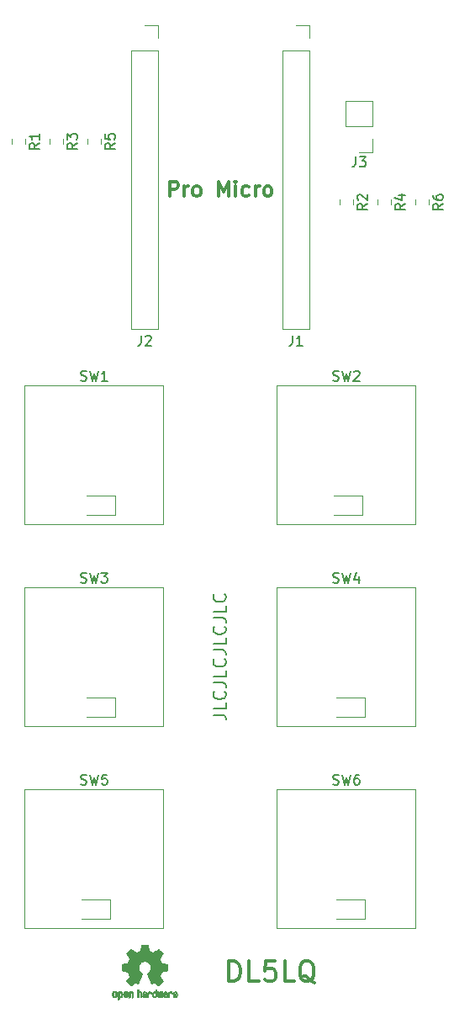
<source format=gbr>
G04 #@! TF.GenerationSoftware,KiCad,Pcbnew,5.1.4*
G04 #@! TF.CreationDate,2019-10-29T06:47:26+01:00*
G04 #@! TF.ProjectId,MediaKeys,4d656469-614b-4657-9973-2e6b69636164,rev?*
G04 #@! TF.SameCoordinates,Original*
G04 #@! TF.FileFunction,Legend,Top*
G04 #@! TF.FilePolarity,Positive*
%FSLAX46Y46*%
G04 Gerber Fmt 4.6, Leading zero omitted, Abs format (unit mm)*
G04 Created by KiCad (PCBNEW 5.1.4) date 2019-10-29 06:47:26*
%MOMM*%
%LPD*%
G04 APERTURE LIST*
%ADD10C,0.150000*%
%ADD11C,0.300000*%
%ADD12C,0.304800*%
%ADD13C,0.120000*%
%ADD14C,0.010000*%
G04 APERTURE END LIST*
D10*
X62804523Y-118896190D02*
X63711666Y-118896190D01*
X63893095Y-118956666D01*
X64014047Y-119077619D01*
X64074523Y-119259047D01*
X64074523Y-119380000D01*
X64074523Y-117686666D02*
X64074523Y-118291428D01*
X62804523Y-118291428D01*
X63953571Y-116537619D02*
X64014047Y-116598095D01*
X64074523Y-116779523D01*
X64074523Y-116900476D01*
X64014047Y-117081904D01*
X63893095Y-117202857D01*
X63772142Y-117263333D01*
X63530238Y-117323809D01*
X63348809Y-117323809D01*
X63106904Y-117263333D01*
X62985952Y-117202857D01*
X62865000Y-117081904D01*
X62804523Y-116900476D01*
X62804523Y-116779523D01*
X62865000Y-116598095D01*
X62925476Y-116537619D01*
X62804523Y-115630476D02*
X63711666Y-115630476D01*
X63893095Y-115690952D01*
X64014047Y-115811904D01*
X64074523Y-115993333D01*
X64074523Y-116114285D01*
X64074523Y-114420952D02*
X64074523Y-115025714D01*
X62804523Y-115025714D01*
X63953571Y-113271904D02*
X64014047Y-113332380D01*
X64074523Y-113513809D01*
X64074523Y-113634761D01*
X64014047Y-113816190D01*
X63893095Y-113937142D01*
X63772142Y-113997619D01*
X63530238Y-114058095D01*
X63348809Y-114058095D01*
X63106904Y-113997619D01*
X62985952Y-113937142D01*
X62865000Y-113816190D01*
X62804523Y-113634761D01*
X62804523Y-113513809D01*
X62865000Y-113332380D01*
X62925476Y-113271904D01*
X62804523Y-112364761D02*
X63711666Y-112364761D01*
X63893095Y-112425238D01*
X64014047Y-112546190D01*
X64074523Y-112727619D01*
X64074523Y-112848571D01*
X64074523Y-111155238D02*
X64074523Y-111760000D01*
X62804523Y-111760000D01*
X63953571Y-110006190D02*
X64014047Y-110066666D01*
X64074523Y-110248095D01*
X64074523Y-110369047D01*
X64014047Y-110550476D01*
X63893095Y-110671428D01*
X63772142Y-110731904D01*
X63530238Y-110792380D01*
X63348809Y-110792380D01*
X63106904Y-110731904D01*
X62985952Y-110671428D01*
X62865000Y-110550476D01*
X62804523Y-110369047D01*
X62804523Y-110248095D01*
X62865000Y-110066666D01*
X62925476Y-110006190D01*
X62804523Y-109099047D02*
X63711666Y-109099047D01*
X63893095Y-109159523D01*
X64014047Y-109280476D01*
X64074523Y-109461904D01*
X64074523Y-109582857D01*
X64074523Y-107889523D02*
X64074523Y-108494285D01*
X62804523Y-108494285D01*
X63953571Y-106740476D02*
X64014047Y-106800952D01*
X64074523Y-106982380D01*
X64074523Y-107103333D01*
X64014047Y-107284761D01*
X63893095Y-107405714D01*
X63772142Y-107466190D01*
X63530238Y-107526666D01*
X63348809Y-107526666D01*
X63106904Y-107466190D01*
X62985952Y-107405714D01*
X62865000Y-107284761D01*
X62804523Y-107103333D01*
X62804523Y-106982380D01*
X62865000Y-106800952D01*
X62925476Y-106740476D01*
D11*
X58392857Y-66718571D02*
X58392857Y-65218571D01*
X58964285Y-65218571D01*
X59107142Y-65290000D01*
X59178571Y-65361428D01*
X59250000Y-65504285D01*
X59250000Y-65718571D01*
X59178571Y-65861428D01*
X59107142Y-65932857D01*
X58964285Y-66004285D01*
X58392857Y-66004285D01*
X59892857Y-66718571D02*
X59892857Y-65718571D01*
X59892857Y-66004285D02*
X59964285Y-65861428D01*
X60035714Y-65790000D01*
X60178571Y-65718571D01*
X60321428Y-65718571D01*
X61035714Y-66718571D02*
X60892857Y-66647142D01*
X60821428Y-66575714D01*
X60750000Y-66432857D01*
X60750000Y-66004285D01*
X60821428Y-65861428D01*
X60892857Y-65790000D01*
X61035714Y-65718571D01*
X61250000Y-65718571D01*
X61392857Y-65790000D01*
X61464285Y-65861428D01*
X61535714Y-66004285D01*
X61535714Y-66432857D01*
X61464285Y-66575714D01*
X61392857Y-66647142D01*
X61250000Y-66718571D01*
X61035714Y-66718571D01*
X63321428Y-66718571D02*
X63321428Y-65218571D01*
X63821428Y-66290000D01*
X64321428Y-65218571D01*
X64321428Y-66718571D01*
X65035714Y-66718571D02*
X65035714Y-65718571D01*
X65035714Y-65218571D02*
X64964285Y-65290000D01*
X65035714Y-65361428D01*
X65107142Y-65290000D01*
X65035714Y-65218571D01*
X65035714Y-65361428D01*
X66392857Y-66647142D02*
X66250000Y-66718571D01*
X65964285Y-66718571D01*
X65821428Y-66647142D01*
X65750000Y-66575714D01*
X65678571Y-66432857D01*
X65678571Y-66004285D01*
X65750000Y-65861428D01*
X65821428Y-65790000D01*
X65964285Y-65718571D01*
X66250000Y-65718571D01*
X66392857Y-65790000D01*
X67035714Y-66718571D02*
X67035714Y-65718571D01*
X67035714Y-66004285D02*
X67107142Y-65861428D01*
X67178571Y-65790000D01*
X67321428Y-65718571D01*
X67464285Y-65718571D01*
X68178571Y-66718571D02*
X68035714Y-66647142D01*
X67964285Y-66575714D01*
X67892857Y-66432857D01*
X67892857Y-66004285D01*
X67964285Y-65861428D01*
X68035714Y-65790000D01*
X68178571Y-65718571D01*
X68392857Y-65718571D01*
X68535714Y-65790000D01*
X68607142Y-65861428D01*
X68678571Y-66004285D01*
X68678571Y-66432857D01*
X68607142Y-66575714D01*
X68535714Y-66647142D01*
X68392857Y-66718571D01*
X68178571Y-66718571D01*
D12*
X64370857Y-145699238D02*
X64370857Y-143667238D01*
X64854666Y-143667238D01*
X65144952Y-143764000D01*
X65338476Y-143957523D01*
X65435238Y-144151047D01*
X65532000Y-144538095D01*
X65532000Y-144828380D01*
X65435238Y-145215428D01*
X65338476Y-145408952D01*
X65144952Y-145602476D01*
X64854666Y-145699238D01*
X64370857Y-145699238D01*
X67370476Y-145699238D02*
X66402857Y-145699238D01*
X66402857Y-143667238D01*
X69015428Y-143667238D02*
X68047809Y-143667238D01*
X67951047Y-144634857D01*
X68047809Y-144538095D01*
X68241333Y-144441333D01*
X68725142Y-144441333D01*
X68918666Y-144538095D01*
X69015428Y-144634857D01*
X69112190Y-144828380D01*
X69112190Y-145312190D01*
X69015428Y-145505714D01*
X68918666Y-145602476D01*
X68725142Y-145699238D01*
X68241333Y-145699238D01*
X68047809Y-145602476D01*
X67951047Y-145505714D01*
X70950666Y-145699238D02*
X69983047Y-145699238D01*
X69983047Y-143667238D01*
X72982666Y-145892761D02*
X72789142Y-145796000D01*
X72595619Y-145602476D01*
X72305333Y-145312190D01*
X72111809Y-145215428D01*
X71918285Y-145215428D01*
X72015047Y-145699238D02*
X71821523Y-145602476D01*
X71628000Y-145408952D01*
X71531238Y-145021904D01*
X71531238Y-144344571D01*
X71628000Y-143957523D01*
X71821523Y-143764000D01*
X72015047Y-143667238D01*
X72402095Y-143667238D01*
X72595619Y-143764000D01*
X72789142Y-143957523D01*
X72885904Y-144344571D01*
X72885904Y-145021904D01*
X72789142Y-145408952D01*
X72595619Y-145602476D01*
X72402095Y-145699238D01*
X72015047Y-145699238D01*
D13*
X43815000Y-99695000D02*
X43815000Y-85725000D01*
X57785000Y-99695000D02*
X43815000Y-99695000D01*
X57785000Y-85725000D02*
X57785000Y-99695000D01*
X43815000Y-85725000D02*
X57785000Y-85725000D01*
D14*
G36*
X55983910Y-142022348D02*
G01*
X56062454Y-142022778D01*
X56119298Y-142023942D01*
X56158105Y-142026207D01*
X56182538Y-142029940D01*
X56196262Y-142035506D01*
X56202940Y-142043273D01*
X56206236Y-142053605D01*
X56206556Y-142054943D01*
X56211562Y-142079079D01*
X56220829Y-142126701D01*
X56233392Y-142192741D01*
X56248287Y-142272128D01*
X56264551Y-142359796D01*
X56265119Y-142362875D01*
X56281410Y-142448789D01*
X56296652Y-142524696D01*
X56309861Y-142586045D01*
X56320054Y-142628282D01*
X56326248Y-142646855D01*
X56326543Y-142647184D01*
X56344788Y-142656253D01*
X56382405Y-142671367D01*
X56431271Y-142689262D01*
X56431543Y-142689358D01*
X56493093Y-142712493D01*
X56565657Y-142741965D01*
X56634057Y-142771597D01*
X56637294Y-142773062D01*
X56748702Y-142823626D01*
X56995399Y-142655160D01*
X57071077Y-142603803D01*
X57139631Y-142557889D01*
X57197088Y-142520030D01*
X57239476Y-142492837D01*
X57262825Y-142478921D01*
X57265042Y-142477889D01*
X57282010Y-142482484D01*
X57313701Y-142504655D01*
X57361352Y-142545447D01*
X57426198Y-142605905D01*
X57492397Y-142670227D01*
X57556214Y-142733612D01*
X57613329Y-142791451D01*
X57660305Y-142840175D01*
X57693703Y-142876210D01*
X57710085Y-142895984D01*
X57710694Y-142897002D01*
X57712505Y-142910572D01*
X57705683Y-142932733D01*
X57688540Y-142966478D01*
X57659393Y-143014800D01*
X57616555Y-143080692D01*
X57559448Y-143165517D01*
X57508766Y-143240177D01*
X57463461Y-143307140D01*
X57426150Y-143362516D01*
X57399452Y-143402420D01*
X57385985Y-143422962D01*
X57385137Y-143424356D01*
X57386781Y-143444038D01*
X57399245Y-143482293D01*
X57420048Y-143531889D01*
X57427462Y-143547728D01*
X57459814Y-143618290D01*
X57494328Y-143698353D01*
X57522365Y-143767629D01*
X57542568Y-143819045D01*
X57558615Y-143858119D01*
X57567888Y-143878541D01*
X57569041Y-143880114D01*
X57586096Y-143882721D01*
X57626298Y-143889863D01*
X57684302Y-143900523D01*
X57754763Y-143913685D01*
X57832335Y-143928333D01*
X57911672Y-143943449D01*
X57987431Y-143958018D01*
X58054264Y-143971022D01*
X58106828Y-143981445D01*
X58139776Y-143988270D01*
X58147857Y-143990199D01*
X58156205Y-143994962D01*
X58162506Y-144005718D01*
X58167045Y-144026098D01*
X58170104Y-144059734D01*
X58171967Y-144110255D01*
X58172918Y-144181292D01*
X58173240Y-144276476D01*
X58173257Y-144315492D01*
X58173257Y-144632799D01*
X58097057Y-144647839D01*
X58054663Y-144655995D01*
X57991400Y-144667899D01*
X57914962Y-144682116D01*
X57833043Y-144697210D01*
X57810400Y-144701355D01*
X57734806Y-144716053D01*
X57668953Y-144730505D01*
X57618366Y-144743375D01*
X57588574Y-144753322D01*
X57583612Y-144756287D01*
X57571426Y-144777283D01*
X57553953Y-144817967D01*
X57534577Y-144870322D01*
X57530734Y-144881600D01*
X57505339Y-144951523D01*
X57473817Y-145030418D01*
X57442969Y-145101266D01*
X57442817Y-145101595D01*
X57391447Y-145212733D01*
X57560399Y-145461253D01*
X57729352Y-145709772D01*
X57512429Y-145927058D01*
X57446819Y-145991726D01*
X57386979Y-146048733D01*
X57336267Y-146095033D01*
X57298046Y-146127584D01*
X57275675Y-146143343D01*
X57272466Y-146144343D01*
X57253626Y-146136469D01*
X57215180Y-146114578D01*
X57161330Y-146081267D01*
X57096276Y-146039131D01*
X57025940Y-145991943D01*
X56954555Y-145943810D01*
X56890908Y-145901928D01*
X56839041Y-145868871D01*
X56802995Y-145847218D01*
X56786867Y-145839543D01*
X56767189Y-145846037D01*
X56729875Y-145863150D01*
X56682621Y-145887326D01*
X56677612Y-145890013D01*
X56613977Y-145921927D01*
X56570341Y-145937579D01*
X56543202Y-145937745D01*
X56529057Y-145923204D01*
X56528975Y-145923000D01*
X56521905Y-145905779D01*
X56505042Y-145864899D01*
X56479695Y-145803525D01*
X56447171Y-145724819D01*
X56408778Y-145631947D01*
X56365822Y-145528072D01*
X56324222Y-145427502D01*
X56278504Y-145316516D01*
X56236526Y-145213703D01*
X56199548Y-145122215D01*
X56168827Y-145045201D01*
X56145622Y-144985815D01*
X56131190Y-144947209D01*
X56126743Y-144932800D01*
X56137896Y-144916272D01*
X56167069Y-144889930D01*
X56205971Y-144860887D01*
X56316757Y-144769039D01*
X56403351Y-144663759D01*
X56464716Y-144547266D01*
X56499815Y-144421776D01*
X56507608Y-144289507D01*
X56501943Y-144228457D01*
X56471078Y-144101795D01*
X56417920Y-143989941D01*
X56345767Y-143894001D01*
X56257917Y-143815076D01*
X56157665Y-143754270D01*
X56048310Y-143712687D01*
X55933147Y-143691428D01*
X55815475Y-143691599D01*
X55698590Y-143714301D01*
X55585789Y-143760638D01*
X55480369Y-143831713D01*
X55436368Y-143871911D01*
X55351979Y-143975129D01*
X55293222Y-144087925D01*
X55259704Y-144207010D01*
X55251035Y-144329095D01*
X55266823Y-144450893D01*
X55306678Y-144569116D01*
X55370207Y-144680475D01*
X55457021Y-144781684D01*
X55554029Y-144860887D01*
X55594437Y-144891162D01*
X55622982Y-144917219D01*
X55633257Y-144932825D01*
X55627877Y-144949843D01*
X55612575Y-144990500D01*
X55588612Y-145051642D01*
X55557244Y-145130119D01*
X55519732Y-145222780D01*
X55477333Y-145326472D01*
X55435663Y-145427526D01*
X55389690Y-145538607D01*
X55347107Y-145641541D01*
X55309221Y-145733165D01*
X55277340Y-145810316D01*
X55252771Y-145869831D01*
X55236820Y-145908544D01*
X55230910Y-145923000D01*
X55216948Y-145937685D01*
X55189940Y-145937642D01*
X55146413Y-145922099D01*
X55082890Y-145890284D01*
X55082388Y-145890013D01*
X55034560Y-145865323D01*
X54995897Y-145847338D01*
X54974095Y-145839614D01*
X54973133Y-145839543D01*
X54956721Y-145847378D01*
X54920487Y-145869165D01*
X54868474Y-145902328D01*
X54804725Y-145944291D01*
X54734060Y-145991943D01*
X54662116Y-146040191D01*
X54597274Y-146082151D01*
X54543735Y-146115227D01*
X54505697Y-146136821D01*
X54487533Y-146144343D01*
X54470808Y-146134457D01*
X54437180Y-146106826D01*
X54390010Y-146064495D01*
X54332658Y-146010505D01*
X54268484Y-145947899D01*
X54247497Y-145926983D01*
X54030499Y-145709623D01*
X54195668Y-145467220D01*
X54245864Y-145392781D01*
X54289919Y-145325972D01*
X54325362Y-145270665D01*
X54349719Y-145230729D01*
X54360522Y-145210036D01*
X54360838Y-145208563D01*
X54355143Y-145189058D01*
X54339826Y-145149822D01*
X54317537Y-145097430D01*
X54301893Y-145062355D01*
X54272641Y-144995201D01*
X54245094Y-144927358D01*
X54223737Y-144870034D01*
X54217935Y-144852572D01*
X54201452Y-144805938D01*
X54185340Y-144769905D01*
X54176490Y-144756287D01*
X54156960Y-144747952D01*
X54114334Y-144736137D01*
X54054145Y-144722181D01*
X53981922Y-144707422D01*
X53949600Y-144701355D01*
X53867522Y-144686273D01*
X53788795Y-144671669D01*
X53721109Y-144658980D01*
X53672160Y-144649642D01*
X53662943Y-144647839D01*
X53586743Y-144632799D01*
X53586743Y-144315492D01*
X53586914Y-144211154D01*
X53587616Y-144132213D01*
X53589134Y-144075038D01*
X53591749Y-144035999D01*
X53595746Y-144011465D01*
X53601409Y-143997805D01*
X53609020Y-143991389D01*
X53612143Y-143990199D01*
X53630978Y-143985980D01*
X53672588Y-143977562D01*
X53731630Y-143965961D01*
X53802757Y-143952195D01*
X53880625Y-143937280D01*
X53959887Y-143922232D01*
X54035198Y-143908069D01*
X54101213Y-143895806D01*
X54152587Y-143886461D01*
X54183975Y-143881050D01*
X54190959Y-143880114D01*
X54197285Y-143867596D01*
X54211290Y-143834246D01*
X54230355Y-143786377D01*
X54237634Y-143767629D01*
X54266996Y-143695195D01*
X54301571Y-143615170D01*
X54332537Y-143547728D01*
X54355323Y-143496159D01*
X54370482Y-143453785D01*
X54375542Y-143427834D01*
X54374736Y-143424356D01*
X54364041Y-143407936D01*
X54339620Y-143371417D01*
X54304095Y-143318687D01*
X54260087Y-143253635D01*
X54210217Y-143180151D01*
X54200356Y-143165645D01*
X54142492Y-143079704D01*
X54099956Y-143014261D01*
X54071054Y-142966304D01*
X54054090Y-142932820D01*
X54047367Y-142910795D01*
X54049190Y-142897217D01*
X54049236Y-142897131D01*
X54063586Y-142879297D01*
X54095323Y-142844817D01*
X54141010Y-142797268D01*
X54197204Y-142740222D01*
X54260468Y-142677255D01*
X54267602Y-142670227D01*
X54347330Y-142593020D01*
X54408857Y-142536330D01*
X54453421Y-142499110D01*
X54482257Y-142480315D01*
X54494958Y-142477889D01*
X54513494Y-142488471D01*
X54551961Y-142512916D01*
X54606386Y-142548612D01*
X54672798Y-142592947D01*
X54747225Y-142643311D01*
X54764601Y-142655160D01*
X55011297Y-142823626D01*
X55122706Y-142773062D01*
X55190457Y-142743595D01*
X55263183Y-142713959D01*
X55325703Y-142690330D01*
X55328457Y-142689358D01*
X55377360Y-142671457D01*
X55415057Y-142656320D01*
X55433425Y-142647210D01*
X55433456Y-142647184D01*
X55439285Y-142630717D01*
X55449192Y-142590219D01*
X55462195Y-142530242D01*
X55477309Y-142455340D01*
X55493552Y-142370064D01*
X55494881Y-142362875D01*
X55511175Y-142275014D01*
X55526133Y-142195260D01*
X55538791Y-142128681D01*
X55548186Y-142080347D01*
X55553354Y-142055325D01*
X55553444Y-142054943D01*
X55556589Y-142044299D01*
X55562704Y-142036262D01*
X55575453Y-142030467D01*
X55598500Y-142026547D01*
X55635509Y-142024135D01*
X55690144Y-142022865D01*
X55766067Y-142022371D01*
X55866944Y-142022286D01*
X55880000Y-142022286D01*
X55983910Y-142022348D01*
X55983910Y-142022348D01*
G37*
X55983910Y-142022348D02*
X56062454Y-142022778D01*
X56119298Y-142023942D01*
X56158105Y-142026207D01*
X56182538Y-142029940D01*
X56196262Y-142035506D01*
X56202940Y-142043273D01*
X56206236Y-142053605D01*
X56206556Y-142054943D01*
X56211562Y-142079079D01*
X56220829Y-142126701D01*
X56233392Y-142192741D01*
X56248287Y-142272128D01*
X56264551Y-142359796D01*
X56265119Y-142362875D01*
X56281410Y-142448789D01*
X56296652Y-142524696D01*
X56309861Y-142586045D01*
X56320054Y-142628282D01*
X56326248Y-142646855D01*
X56326543Y-142647184D01*
X56344788Y-142656253D01*
X56382405Y-142671367D01*
X56431271Y-142689262D01*
X56431543Y-142689358D01*
X56493093Y-142712493D01*
X56565657Y-142741965D01*
X56634057Y-142771597D01*
X56637294Y-142773062D01*
X56748702Y-142823626D01*
X56995399Y-142655160D01*
X57071077Y-142603803D01*
X57139631Y-142557889D01*
X57197088Y-142520030D01*
X57239476Y-142492837D01*
X57262825Y-142478921D01*
X57265042Y-142477889D01*
X57282010Y-142482484D01*
X57313701Y-142504655D01*
X57361352Y-142545447D01*
X57426198Y-142605905D01*
X57492397Y-142670227D01*
X57556214Y-142733612D01*
X57613329Y-142791451D01*
X57660305Y-142840175D01*
X57693703Y-142876210D01*
X57710085Y-142895984D01*
X57710694Y-142897002D01*
X57712505Y-142910572D01*
X57705683Y-142932733D01*
X57688540Y-142966478D01*
X57659393Y-143014800D01*
X57616555Y-143080692D01*
X57559448Y-143165517D01*
X57508766Y-143240177D01*
X57463461Y-143307140D01*
X57426150Y-143362516D01*
X57399452Y-143402420D01*
X57385985Y-143422962D01*
X57385137Y-143424356D01*
X57386781Y-143444038D01*
X57399245Y-143482293D01*
X57420048Y-143531889D01*
X57427462Y-143547728D01*
X57459814Y-143618290D01*
X57494328Y-143698353D01*
X57522365Y-143767629D01*
X57542568Y-143819045D01*
X57558615Y-143858119D01*
X57567888Y-143878541D01*
X57569041Y-143880114D01*
X57586096Y-143882721D01*
X57626298Y-143889863D01*
X57684302Y-143900523D01*
X57754763Y-143913685D01*
X57832335Y-143928333D01*
X57911672Y-143943449D01*
X57987431Y-143958018D01*
X58054264Y-143971022D01*
X58106828Y-143981445D01*
X58139776Y-143988270D01*
X58147857Y-143990199D01*
X58156205Y-143994962D01*
X58162506Y-144005718D01*
X58167045Y-144026098D01*
X58170104Y-144059734D01*
X58171967Y-144110255D01*
X58172918Y-144181292D01*
X58173240Y-144276476D01*
X58173257Y-144315492D01*
X58173257Y-144632799D01*
X58097057Y-144647839D01*
X58054663Y-144655995D01*
X57991400Y-144667899D01*
X57914962Y-144682116D01*
X57833043Y-144697210D01*
X57810400Y-144701355D01*
X57734806Y-144716053D01*
X57668953Y-144730505D01*
X57618366Y-144743375D01*
X57588574Y-144753322D01*
X57583612Y-144756287D01*
X57571426Y-144777283D01*
X57553953Y-144817967D01*
X57534577Y-144870322D01*
X57530734Y-144881600D01*
X57505339Y-144951523D01*
X57473817Y-145030418D01*
X57442969Y-145101266D01*
X57442817Y-145101595D01*
X57391447Y-145212733D01*
X57560399Y-145461253D01*
X57729352Y-145709772D01*
X57512429Y-145927058D01*
X57446819Y-145991726D01*
X57386979Y-146048733D01*
X57336267Y-146095033D01*
X57298046Y-146127584D01*
X57275675Y-146143343D01*
X57272466Y-146144343D01*
X57253626Y-146136469D01*
X57215180Y-146114578D01*
X57161330Y-146081267D01*
X57096276Y-146039131D01*
X57025940Y-145991943D01*
X56954555Y-145943810D01*
X56890908Y-145901928D01*
X56839041Y-145868871D01*
X56802995Y-145847218D01*
X56786867Y-145839543D01*
X56767189Y-145846037D01*
X56729875Y-145863150D01*
X56682621Y-145887326D01*
X56677612Y-145890013D01*
X56613977Y-145921927D01*
X56570341Y-145937579D01*
X56543202Y-145937745D01*
X56529057Y-145923204D01*
X56528975Y-145923000D01*
X56521905Y-145905779D01*
X56505042Y-145864899D01*
X56479695Y-145803525D01*
X56447171Y-145724819D01*
X56408778Y-145631947D01*
X56365822Y-145528072D01*
X56324222Y-145427502D01*
X56278504Y-145316516D01*
X56236526Y-145213703D01*
X56199548Y-145122215D01*
X56168827Y-145045201D01*
X56145622Y-144985815D01*
X56131190Y-144947209D01*
X56126743Y-144932800D01*
X56137896Y-144916272D01*
X56167069Y-144889930D01*
X56205971Y-144860887D01*
X56316757Y-144769039D01*
X56403351Y-144663759D01*
X56464716Y-144547266D01*
X56499815Y-144421776D01*
X56507608Y-144289507D01*
X56501943Y-144228457D01*
X56471078Y-144101795D01*
X56417920Y-143989941D01*
X56345767Y-143894001D01*
X56257917Y-143815076D01*
X56157665Y-143754270D01*
X56048310Y-143712687D01*
X55933147Y-143691428D01*
X55815475Y-143691599D01*
X55698590Y-143714301D01*
X55585789Y-143760638D01*
X55480369Y-143831713D01*
X55436368Y-143871911D01*
X55351979Y-143975129D01*
X55293222Y-144087925D01*
X55259704Y-144207010D01*
X55251035Y-144329095D01*
X55266823Y-144450893D01*
X55306678Y-144569116D01*
X55370207Y-144680475D01*
X55457021Y-144781684D01*
X55554029Y-144860887D01*
X55594437Y-144891162D01*
X55622982Y-144917219D01*
X55633257Y-144932825D01*
X55627877Y-144949843D01*
X55612575Y-144990500D01*
X55588612Y-145051642D01*
X55557244Y-145130119D01*
X55519732Y-145222780D01*
X55477333Y-145326472D01*
X55435663Y-145427526D01*
X55389690Y-145538607D01*
X55347107Y-145641541D01*
X55309221Y-145733165D01*
X55277340Y-145810316D01*
X55252771Y-145869831D01*
X55236820Y-145908544D01*
X55230910Y-145923000D01*
X55216948Y-145937685D01*
X55189940Y-145937642D01*
X55146413Y-145922099D01*
X55082890Y-145890284D01*
X55082388Y-145890013D01*
X55034560Y-145865323D01*
X54995897Y-145847338D01*
X54974095Y-145839614D01*
X54973133Y-145839543D01*
X54956721Y-145847378D01*
X54920487Y-145869165D01*
X54868474Y-145902328D01*
X54804725Y-145944291D01*
X54734060Y-145991943D01*
X54662116Y-146040191D01*
X54597274Y-146082151D01*
X54543735Y-146115227D01*
X54505697Y-146136821D01*
X54487533Y-146144343D01*
X54470808Y-146134457D01*
X54437180Y-146106826D01*
X54390010Y-146064495D01*
X54332658Y-146010505D01*
X54268484Y-145947899D01*
X54247497Y-145926983D01*
X54030499Y-145709623D01*
X54195668Y-145467220D01*
X54245864Y-145392781D01*
X54289919Y-145325972D01*
X54325362Y-145270665D01*
X54349719Y-145230729D01*
X54360522Y-145210036D01*
X54360838Y-145208563D01*
X54355143Y-145189058D01*
X54339826Y-145149822D01*
X54317537Y-145097430D01*
X54301893Y-145062355D01*
X54272641Y-144995201D01*
X54245094Y-144927358D01*
X54223737Y-144870034D01*
X54217935Y-144852572D01*
X54201452Y-144805938D01*
X54185340Y-144769905D01*
X54176490Y-144756287D01*
X54156960Y-144747952D01*
X54114334Y-144736137D01*
X54054145Y-144722181D01*
X53981922Y-144707422D01*
X53949600Y-144701355D01*
X53867522Y-144686273D01*
X53788795Y-144671669D01*
X53721109Y-144658980D01*
X53672160Y-144649642D01*
X53662943Y-144647839D01*
X53586743Y-144632799D01*
X53586743Y-144315492D01*
X53586914Y-144211154D01*
X53587616Y-144132213D01*
X53589134Y-144075038D01*
X53591749Y-144035999D01*
X53595746Y-144011465D01*
X53601409Y-143997805D01*
X53609020Y-143991389D01*
X53612143Y-143990199D01*
X53630978Y-143985980D01*
X53672588Y-143977562D01*
X53731630Y-143965961D01*
X53802757Y-143952195D01*
X53880625Y-143937280D01*
X53959887Y-143922232D01*
X54035198Y-143908069D01*
X54101213Y-143895806D01*
X54152587Y-143886461D01*
X54183975Y-143881050D01*
X54190959Y-143880114D01*
X54197285Y-143867596D01*
X54211290Y-143834246D01*
X54230355Y-143786377D01*
X54237634Y-143767629D01*
X54266996Y-143695195D01*
X54301571Y-143615170D01*
X54332537Y-143547728D01*
X54355323Y-143496159D01*
X54370482Y-143453785D01*
X54375542Y-143427834D01*
X54374736Y-143424356D01*
X54364041Y-143407936D01*
X54339620Y-143371417D01*
X54304095Y-143318687D01*
X54260087Y-143253635D01*
X54210217Y-143180151D01*
X54200356Y-143165645D01*
X54142492Y-143079704D01*
X54099956Y-143014261D01*
X54071054Y-142966304D01*
X54054090Y-142932820D01*
X54047367Y-142910795D01*
X54049190Y-142897217D01*
X54049236Y-142897131D01*
X54063586Y-142879297D01*
X54095323Y-142844817D01*
X54141010Y-142797268D01*
X54197204Y-142740222D01*
X54260468Y-142677255D01*
X54267602Y-142670227D01*
X54347330Y-142593020D01*
X54408857Y-142536330D01*
X54453421Y-142499110D01*
X54482257Y-142480315D01*
X54494958Y-142477889D01*
X54513494Y-142488471D01*
X54551961Y-142512916D01*
X54606386Y-142548612D01*
X54672798Y-142592947D01*
X54747225Y-142643311D01*
X54764601Y-142655160D01*
X55011297Y-142823626D01*
X55122706Y-142773062D01*
X55190457Y-142743595D01*
X55263183Y-142713959D01*
X55325703Y-142690330D01*
X55328457Y-142689358D01*
X55377360Y-142671457D01*
X55415057Y-142656320D01*
X55433425Y-142647210D01*
X55433456Y-142647184D01*
X55439285Y-142630717D01*
X55449192Y-142590219D01*
X55462195Y-142530242D01*
X55477309Y-142455340D01*
X55493552Y-142370064D01*
X55494881Y-142362875D01*
X55511175Y-142275014D01*
X55526133Y-142195260D01*
X55538791Y-142128681D01*
X55548186Y-142080347D01*
X55553354Y-142055325D01*
X55553444Y-142054943D01*
X55556589Y-142044299D01*
X55562704Y-142036262D01*
X55575453Y-142030467D01*
X55598500Y-142026547D01*
X55635509Y-142024135D01*
X55690144Y-142022865D01*
X55766067Y-142022371D01*
X55866944Y-142022286D01*
X55880000Y-142022286D01*
X55983910Y-142022348D01*
G36*
X59033595Y-146746966D02*
G01*
X59091021Y-146784497D01*
X59118719Y-146818096D01*
X59140662Y-146879064D01*
X59142405Y-146927308D01*
X59138457Y-146991816D01*
X58989686Y-147056934D01*
X58917349Y-147090202D01*
X58870084Y-147116964D01*
X58845507Y-147140144D01*
X58841237Y-147162667D01*
X58854889Y-147187455D01*
X58869943Y-147203886D01*
X58913746Y-147230235D01*
X58961389Y-147232081D01*
X59005145Y-147211546D01*
X59037289Y-147170752D01*
X59043038Y-147156347D01*
X59070576Y-147111356D01*
X59102258Y-147092182D01*
X59145714Y-147075779D01*
X59145714Y-147137966D01*
X59141872Y-147180283D01*
X59126823Y-147215969D01*
X59095280Y-147256943D01*
X59090592Y-147262267D01*
X59055506Y-147298720D01*
X59025347Y-147318283D01*
X58987615Y-147327283D01*
X58956335Y-147330230D01*
X58900385Y-147330965D01*
X58860555Y-147321660D01*
X58835708Y-147307846D01*
X58796656Y-147277467D01*
X58769625Y-147244613D01*
X58752517Y-147203294D01*
X58743238Y-147147521D01*
X58739693Y-147071305D01*
X58739410Y-147032622D01*
X58740372Y-146986247D01*
X58828007Y-146986247D01*
X58829023Y-147011126D01*
X58831556Y-147015200D01*
X58848274Y-147009665D01*
X58884249Y-146995017D01*
X58932331Y-146974190D01*
X58942386Y-146969714D01*
X59003152Y-146938814D01*
X59036632Y-146911657D01*
X59043990Y-146886220D01*
X59026391Y-146860481D01*
X59011856Y-146849109D01*
X58959410Y-146826364D01*
X58910322Y-146830122D01*
X58869227Y-146857884D01*
X58840758Y-146907152D01*
X58831631Y-146946257D01*
X58828007Y-146986247D01*
X58740372Y-146986247D01*
X58741285Y-146942249D01*
X58748196Y-146875384D01*
X58761884Y-146826695D01*
X58784096Y-146790849D01*
X58816574Y-146762513D01*
X58830733Y-146753355D01*
X58895053Y-146729507D01*
X58965473Y-146728006D01*
X59033595Y-146746966D01*
X59033595Y-146746966D01*
G37*
X59033595Y-146746966D02*
X59091021Y-146784497D01*
X59118719Y-146818096D01*
X59140662Y-146879064D01*
X59142405Y-146927308D01*
X59138457Y-146991816D01*
X58989686Y-147056934D01*
X58917349Y-147090202D01*
X58870084Y-147116964D01*
X58845507Y-147140144D01*
X58841237Y-147162667D01*
X58854889Y-147187455D01*
X58869943Y-147203886D01*
X58913746Y-147230235D01*
X58961389Y-147232081D01*
X59005145Y-147211546D01*
X59037289Y-147170752D01*
X59043038Y-147156347D01*
X59070576Y-147111356D01*
X59102258Y-147092182D01*
X59145714Y-147075779D01*
X59145714Y-147137966D01*
X59141872Y-147180283D01*
X59126823Y-147215969D01*
X59095280Y-147256943D01*
X59090592Y-147262267D01*
X59055506Y-147298720D01*
X59025347Y-147318283D01*
X58987615Y-147327283D01*
X58956335Y-147330230D01*
X58900385Y-147330965D01*
X58860555Y-147321660D01*
X58835708Y-147307846D01*
X58796656Y-147277467D01*
X58769625Y-147244613D01*
X58752517Y-147203294D01*
X58743238Y-147147521D01*
X58739693Y-147071305D01*
X58739410Y-147032622D01*
X58740372Y-146986247D01*
X58828007Y-146986247D01*
X58829023Y-147011126D01*
X58831556Y-147015200D01*
X58848274Y-147009665D01*
X58884249Y-146995017D01*
X58932331Y-146974190D01*
X58942386Y-146969714D01*
X59003152Y-146938814D01*
X59036632Y-146911657D01*
X59043990Y-146886220D01*
X59026391Y-146860481D01*
X59011856Y-146849109D01*
X58959410Y-146826364D01*
X58910322Y-146830122D01*
X58869227Y-146857884D01*
X58840758Y-146907152D01*
X58831631Y-146946257D01*
X58828007Y-146986247D01*
X58740372Y-146986247D01*
X58741285Y-146942249D01*
X58748196Y-146875384D01*
X58761884Y-146826695D01*
X58784096Y-146790849D01*
X58816574Y-146762513D01*
X58830733Y-146753355D01*
X58895053Y-146729507D01*
X58965473Y-146728006D01*
X59033595Y-146746966D01*
G36*
X58532600Y-146738752D02*
G01*
X58549948Y-146746334D01*
X58591356Y-146779128D01*
X58626765Y-146826547D01*
X58648664Y-146877151D01*
X58652229Y-146902098D01*
X58640279Y-146936927D01*
X58614067Y-146955357D01*
X58585964Y-146966516D01*
X58573095Y-146968572D01*
X58566829Y-146953649D01*
X58554456Y-146921175D01*
X58549028Y-146906502D01*
X58518590Y-146855744D01*
X58474520Y-146830427D01*
X58418010Y-146831206D01*
X58413825Y-146832203D01*
X58383655Y-146846507D01*
X58361476Y-146874393D01*
X58346327Y-146919287D01*
X58337250Y-146984615D01*
X58333286Y-147073804D01*
X58332914Y-147121261D01*
X58332730Y-147196071D01*
X58331522Y-147247069D01*
X58328309Y-147279471D01*
X58322109Y-147298495D01*
X58311940Y-147309356D01*
X58296819Y-147317272D01*
X58295946Y-147317670D01*
X58266828Y-147329981D01*
X58252403Y-147334514D01*
X58250186Y-147320809D01*
X58248289Y-147282925D01*
X58246847Y-147225715D01*
X58245998Y-147154027D01*
X58245829Y-147101565D01*
X58246692Y-147000047D01*
X58250070Y-146923032D01*
X58257142Y-146866023D01*
X58269088Y-146824526D01*
X58287090Y-146794043D01*
X58312327Y-146770080D01*
X58337247Y-146753355D01*
X58397171Y-146731097D01*
X58466911Y-146726076D01*
X58532600Y-146738752D01*
X58532600Y-146738752D01*
G37*
X58532600Y-146738752D02*
X58549948Y-146746334D01*
X58591356Y-146779128D01*
X58626765Y-146826547D01*
X58648664Y-146877151D01*
X58652229Y-146902098D01*
X58640279Y-146936927D01*
X58614067Y-146955357D01*
X58585964Y-146966516D01*
X58573095Y-146968572D01*
X58566829Y-146953649D01*
X58554456Y-146921175D01*
X58549028Y-146906502D01*
X58518590Y-146855744D01*
X58474520Y-146830427D01*
X58418010Y-146831206D01*
X58413825Y-146832203D01*
X58383655Y-146846507D01*
X58361476Y-146874393D01*
X58346327Y-146919287D01*
X58337250Y-146984615D01*
X58333286Y-147073804D01*
X58332914Y-147121261D01*
X58332730Y-147196071D01*
X58331522Y-147247069D01*
X58328309Y-147279471D01*
X58322109Y-147298495D01*
X58311940Y-147309356D01*
X58296819Y-147317272D01*
X58295946Y-147317670D01*
X58266828Y-147329981D01*
X58252403Y-147334514D01*
X58250186Y-147320809D01*
X58248289Y-147282925D01*
X58246847Y-147225715D01*
X58245998Y-147154027D01*
X58245829Y-147101565D01*
X58246692Y-147000047D01*
X58250070Y-146923032D01*
X58257142Y-146866023D01*
X58269088Y-146824526D01*
X58287090Y-146794043D01*
X58312327Y-146770080D01*
X58337247Y-146753355D01*
X58397171Y-146731097D01*
X58466911Y-146726076D01*
X58532600Y-146738752D01*
G36*
X58024876Y-146736335D02*
G01*
X58066667Y-146755344D01*
X58099469Y-146778378D01*
X58123503Y-146804133D01*
X58140097Y-146837358D01*
X58150577Y-146882800D01*
X58156271Y-146945207D01*
X58158507Y-147029327D01*
X58158743Y-147084721D01*
X58158743Y-147300826D01*
X58121774Y-147317670D01*
X58092656Y-147329981D01*
X58078231Y-147334514D01*
X58075472Y-147321025D01*
X58073282Y-147284653D01*
X58071942Y-147231542D01*
X58071657Y-147189372D01*
X58070434Y-147128447D01*
X58067136Y-147080115D01*
X58062321Y-147050518D01*
X58058496Y-147044229D01*
X58032783Y-147050652D01*
X57992418Y-147067125D01*
X57945679Y-147089458D01*
X57900845Y-147113457D01*
X57866193Y-147134930D01*
X57850002Y-147149685D01*
X57849938Y-147149845D01*
X57851330Y-147177152D01*
X57863818Y-147203219D01*
X57885743Y-147224392D01*
X57917743Y-147231474D01*
X57945092Y-147230649D01*
X57983826Y-147230042D01*
X58004158Y-147239116D01*
X58016369Y-147263092D01*
X58017909Y-147267613D01*
X58023203Y-147301806D01*
X58009047Y-147322568D01*
X57972148Y-147332462D01*
X57932289Y-147334292D01*
X57860562Y-147320727D01*
X57823432Y-147301355D01*
X57777576Y-147255845D01*
X57753256Y-147199983D01*
X57751073Y-147140957D01*
X57771629Y-147085953D01*
X57802549Y-147051486D01*
X57833420Y-147032189D01*
X57881942Y-147007759D01*
X57938485Y-146982985D01*
X57947910Y-146979199D01*
X58010019Y-146951791D01*
X58045822Y-146927634D01*
X58057337Y-146903619D01*
X58046580Y-146876635D01*
X58028114Y-146855543D01*
X57984469Y-146829572D01*
X57936446Y-146827624D01*
X57892406Y-146847637D01*
X57860709Y-146887551D01*
X57856549Y-146897848D01*
X57832327Y-146935724D01*
X57796965Y-146963842D01*
X57752343Y-146986917D01*
X57752343Y-146921485D01*
X57754969Y-146881506D01*
X57766230Y-146849997D01*
X57791199Y-146816378D01*
X57815169Y-146790484D01*
X57852441Y-146753817D01*
X57881401Y-146734121D01*
X57912505Y-146726220D01*
X57947713Y-146724914D01*
X58024876Y-146736335D01*
X58024876Y-146736335D01*
G37*
X58024876Y-146736335D02*
X58066667Y-146755344D01*
X58099469Y-146778378D01*
X58123503Y-146804133D01*
X58140097Y-146837358D01*
X58150577Y-146882800D01*
X58156271Y-146945207D01*
X58158507Y-147029327D01*
X58158743Y-147084721D01*
X58158743Y-147300826D01*
X58121774Y-147317670D01*
X58092656Y-147329981D01*
X58078231Y-147334514D01*
X58075472Y-147321025D01*
X58073282Y-147284653D01*
X58071942Y-147231542D01*
X58071657Y-147189372D01*
X58070434Y-147128447D01*
X58067136Y-147080115D01*
X58062321Y-147050518D01*
X58058496Y-147044229D01*
X58032783Y-147050652D01*
X57992418Y-147067125D01*
X57945679Y-147089458D01*
X57900845Y-147113457D01*
X57866193Y-147134930D01*
X57850002Y-147149685D01*
X57849938Y-147149845D01*
X57851330Y-147177152D01*
X57863818Y-147203219D01*
X57885743Y-147224392D01*
X57917743Y-147231474D01*
X57945092Y-147230649D01*
X57983826Y-147230042D01*
X58004158Y-147239116D01*
X58016369Y-147263092D01*
X58017909Y-147267613D01*
X58023203Y-147301806D01*
X58009047Y-147322568D01*
X57972148Y-147332462D01*
X57932289Y-147334292D01*
X57860562Y-147320727D01*
X57823432Y-147301355D01*
X57777576Y-147255845D01*
X57753256Y-147199983D01*
X57751073Y-147140957D01*
X57771629Y-147085953D01*
X57802549Y-147051486D01*
X57833420Y-147032189D01*
X57881942Y-147007759D01*
X57938485Y-146982985D01*
X57947910Y-146979199D01*
X58010019Y-146951791D01*
X58045822Y-146927634D01*
X58057337Y-146903619D01*
X58046580Y-146876635D01*
X58028114Y-146855543D01*
X57984469Y-146829572D01*
X57936446Y-146827624D01*
X57892406Y-146847637D01*
X57860709Y-146887551D01*
X57856549Y-146897848D01*
X57832327Y-146935724D01*
X57796965Y-146963842D01*
X57752343Y-146986917D01*
X57752343Y-146921485D01*
X57754969Y-146881506D01*
X57766230Y-146849997D01*
X57791199Y-146816378D01*
X57815169Y-146790484D01*
X57852441Y-146753817D01*
X57881401Y-146734121D01*
X57912505Y-146726220D01*
X57947713Y-146724914D01*
X58024876Y-146736335D01*
G36*
X57659833Y-146738663D02*
G01*
X57662048Y-146776850D01*
X57663784Y-146834886D01*
X57664899Y-146908180D01*
X57665257Y-146985055D01*
X57665257Y-147245196D01*
X57619326Y-147291127D01*
X57587675Y-147319429D01*
X57559890Y-147330893D01*
X57521915Y-147330168D01*
X57506840Y-147328321D01*
X57459726Y-147322948D01*
X57420756Y-147319869D01*
X57411257Y-147319585D01*
X57379233Y-147321445D01*
X57333432Y-147326114D01*
X57315674Y-147328321D01*
X57272057Y-147331735D01*
X57242745Y-147324320D01*
X57213680Y-147301427D01*
X57203188Y-147291127D01*
X57157257Y-147245196D01*
X57157257Y-146758602D01*
X57194226Y-146741758D01*
X57226059Y-146729282D01*
X57244683Y-146724914D01*
X57249458Y-146738718D01*
X57253921Y-146777286D01*
X57257775Y-146836356D01*
X57260722Y-146911663D01*
X57262143Y-146975286D01*
X57266114Y-147225657D01*
X57300759Y-147230556D01*
X57332268Y-147227131D01*
X57347708Y-147216041D01*
X57352023Y-147195308D01*
X57355708Y-147151145D01*
X57358469Y-147089146D01*
X57360012Y-147014909D01*
X57360235Y-146976706D01*
X57360457Y-146756783D01*
X57406166Y-146740849D01*
X57438518Y-146730015D01*
X57456115Y-146724962D01*
X57456623Y-146724914D01*
X57458388Y-146738648D01*
X57460329Y-146776730D01*
X57462282Y-146834482D01*
X57464084Y-146907227D01*
X57465343Y-146975286D01*
X57469314Y-147225657D01*
X57556400Y-147225657D01*
X57560396Y-146997240D01*
X57564392Y-146768822D01*
X57606847Y-146746868D01*
X57638192Y-146731793D01*
X57656744Y-146724951D01*
X57657279Y-146724914D01*
X57659833Y-146738663D01*
X57659833Y-146738663D01*
G37*
X57659833Y-146738663D02*
X57662048Y-146776850D01*
X57663784Y-146834886D01*
X57664899Y-146908180D01*
X57665257Y-146985055D01*
X57665257Y-147245196D01*
X57619326Y-147291127D01*
X57587675Y-147319429D01*
X57559890Y-147330893D01*
X57521915Y-147330168D01*
X57506840Y-147328321D01*
X57459726Y-147322948D01*
X57420756Y-147319869D01*
X57411257Y-147319585D01*
X57379233Y-147321445D01*
X57333432Y-147326114D01*
X57315674Y-147328321D01*
X57272057Y-147331735D01*
X57242745Y-147324320D01*
X57213680Y-147301427D01*
X57203188Y-147291127D01*
X57157257Y-147245196D01*
X57157257Y-146758602D01*
X57194226Y-146741758D01*
X57226059Y-146729282D01*
X57244683Y-146724914D01*
X57249458Y-146738718D01*
X57253921Y-146777286D01*
X57257775Y-146836356D01*
X57260722Y-146911663D01*
X57262143Y-146975286D01*
X57266114Y-147225657D01*
X57300759Y-147230556D01*
X57332268Y-147227131D01*
X57347708Y-147216041D01*
X57352023Y-147195308D01*
X57355708Y-147151145D01*
X57358469Y-147089146D01*
X57360012Y-147014909D01*
X57360235Y-146976706D01*
X57360457Y-146756783D01*
X57406166Y-146740849D01*
X57438518Y-146730015D01*
X57456115Y-146724962D01*
X57456623Y-146724914D01*
X57458388Y-146738648D01*
X57460329Y-146776730D01*
X57462282Y-146834482D01*
X57464084Y-146907227D01*
X57465343Y-146975286D01*
X57469314Y-147225657D01*
X57556400Y-147225657D01*
X57560396Y-146997240D01*
X57564392Y-146768822D01*
X57606847Y-146746868D01*
X57638192Y-146731793D01*
X57656744Y-146724951D01*
X57657279Y-146724914D01*
X57659833Y-146738663D01*
G36*
X57070117Y-146845358D02*
G01*
X57069933Y-146953837D01*
X57069219Y-147037287D01*
X57067675Y-147099704D01*
X57065001Y-147145085D01*
X57060894Y-147177429D01*
X57055055Y-147200733D01*
X57047182Y-147218995D01*
X57041221Y-147229418D01*
X56991855Y-147285945D01*
X56929264Y-147321377D01*
X56860013Y-147334090D01*
X56790668Y-147322463D01*
X56749375Y-147301568D01*
X56706025Y-147265422D01*
X56676481Y-147221276D01*
X56658655Y-147163462D01*
X56650463Y-147086313D01*
X56649302Y-147029714D01*
X56649458Y-147025647D01*
X56750857Y-147025647D01*
X56751476Y-147090550D01*
X56754314Y-147133514D01*
X56760840Y-147161622D01*
X56772523Y-147181953D01*
X56786483Y-147197288D01*
X56833365Y-147226890D01*
X56883701Y-147229419D01*
X56931276Y-147204705D01*
X56934979Y-147201356D01*
X56950783Y-147183935D01*
X56960693Y-147163209D01*
X56966058Y-147132362D01*
X56968228Y-147084577D01*
X56968571Y-147031748D01*
X56967827Y-146965381D01*
X56964748Y-146921106D01*
X56958061Y-146892009D01*
X56946496Y-146871173D01*
X56937013Y-146860107D01*
X56892960Y-146832198D01*
X56842224Y-146828843D01*
X56793796Y-146850159D01*
X56784450Y-146858073D01*
X56768540Y-146875647D01*
X56758610Y-146896587D01*
X56753278Y-146927782D01*
X56751163Y-146976122D01*
X56750857Y-147025647D01*
X56649458Y-147025647D01*
X56652810Y-146938568D01*
X56664726Y-146870086D01*
X56687135Y-146818600D01*
X56722124Y-146778443D01*
X56749375Y-146757861D01*
X56798907Y-146735625D01*
X56856316Y-146725304D01*
X56909682Y-146728067D01*
X56939543Y-146739212D01*
X56951261Y-146742383D01*
X56959037Y-146730557D01*
X56964465Y-146698866D01*
X56968571Y-146650593D01*
X56973067Y-146596829D01*
X56979313Y-146564482D01*
X56990676Y-146545985D01*
X57010528Y-146533770D01*
X57023000Y-146528362D01*
X57070171Y-146508601D01*
X57070117Y-146845358D01*
X57070117Y-146845358D01*
G37*
X57070117Y-146845358D02*
X57069933Y-146953837D01*
X57069219Y-147037287D01*
X57067675Y-147099704D01*
X57065001Y-147145085D01*
X57060894Y-147177429D01*
X57055055Y-147200733D01*
X57047182Y-147218995D01*
X57041221Y-147229418D01*
X56991855Y-147285945D01*
X56929264Y-147321377D01*
X56860013Y-147334090D01*
X56790668Y-147322463D01*
X56749375Y-147301568D01*
X56706025Y-147265422D01*
X56676481Y-147221276D01*
X56658655Y-147163462D01*
X56650463Y-147086313D01*
X56649302Y-147029714D01*
X56649458Y-147025647D01*
X56750857Y-147025647D01*
X56751476Y-147090550D01*
X56754314Y-147133514D01*
X56760840Y-147161622D01*
X56772523Y-147181953D01*
X56786483Y-147197288D01*
X56833365Y-147226890D01*
X56883701Y-147229419D01*
X56931276Y-147204705D01*
X56934979Y-147201356D01*
X56950783Y-147183935D01*
X56960693Y-147163209D01*
X56966058Y-147132362D01*
X56968228Y-147084577D01*
X56968571Y-147031748D01*
X56967827Y-146965381D01*
X56964748Y-146921106D01*
X56958061Y-146892009D01*
X56946496Y-146871173D01*
X56937013Y-146860107D01*
X56892960Y-146832198D01*
X56842224Y-146828843D01*
X56793796Y-146850159D01*
X56784450Y-146858073D01*
X56768540Y-146875647D01*
X56758610Y-146896587D01*
X56753278Y-146927782D01*
X56751163Y-146976122D01*
X56750857Y-147025647D01*
X56649458Y-147025647D01*
X56652810Y-146938568D01*
X56664726Y-146870086D01*
X56687135Y-146818600D01*
X56722124Y-146778443D01*
X56749375Y-146757861D01*
X56798907Y-146735625D01*
X56856316Y-146725304D01*
X56909682Y-146728067D01*
X56939543Y-146739212D01*
X56951261Y-146742383D01*
X56959037Y-146730557D01*
X56964465Y-146698866D01*
X56968571Y-146650593D01*
X56973067Y-146596829D01*
X56979313Y-146564482D01*
X56990676Y-146545985D01*
X57010528Y-146533770D01*
X57023000Y-146528362D01*
X57070171Y-146508601D01*
X57070117Y-146845358D01*
G36*
X56409926Y-146729755D02*
G01*
X56475858Y-146754084D01*
X56529273Y-146797117D01*
X56550164Y-146827409D01*
X56572939Y-146882994D01*
X56572466Y-146923186D01*
X56548562Y-146950217D01*
X56539717Y-146954813D01*
X56501530Y-146969144D01*
X56482028Y-146965472D01*
X56475422Y-146941407D01*
X56475086Y-146928114D01*
X56462992Y-146879210D01*
X56431471Y-146844999D01*
X56387659Y-146828476D01*
X56338695Y-146832634D01*
X56298894Y-146854227D01*
X56285450Y-146866544D01*
X56275921Y-146881487D01*
X56269485Y-146904075D01*
X56265317Y-146939328D01*
X56262597Y-146992266D01*
X56260502Y-147067907D01*
X56259960Y-147091857D01*
X56257981Y-147173790D01*
X56255731Y-147231455D01*
X56252357Y-147269608D01*
X56247006Y-147293004D01*
X56238824Y-147306398D01*
X56226959Y-147314545D01*
X56219362Y-147318144D01*
X56187102Y-147330452D01*
X56168111Y-147334514D01*
X56161836Y-147320948D01*
X56158006Y-147279934D01*
X56156600Y-147210999D01*
X56157598Y-147113669D01*
X56157908Y-147098657D01*
X56160101Y-147009859D01*
X56162693Y-146945019D01*
X56166382Y-146899067D01*
X56171864Y-146866935D01*
X56179835Y-146843553D01*
X56190993Y-146823852D01*
X56196830Y-146815410D01*
X56230296Y-146778057D01*
X56267727Y-146749003D01*
X56272309Y-146746467D01*
X56339426Y-146726443D01*
X56409926Y-146729755D01*
X56409926Y-146729755D01*
G37*
X56409926Y-146729755D02*
X56475858Y-146754084D01*
X56529273Y-146797117D01*
X56550164Y-146827409D01*
X56572939Y-146882994D01*
X56572466Y-146923186D01*
X56548562Y-146950217D01*
X56539717Y-146954813D01*
X56501530Y-146969144D01*
X56482028Y-146965472D01*
X56475422Y-146941407D01*
X56475086Y-146928114D01*
X56462992Y-146879210D01*
X56431471Y-146844999D01*
X56387659Y-146828476D01*
X56338695Y-146832634D01*
X56298894Y-146854227D01*
X56285450Y-146866544D01*
X56275921Y-146881487D01*
X56269485Y-146904075D01*
X56265317Y-146939328D01*
X56262597Y-146992266D01*
X56260502Y-147067907D01*
X56259960Y-147091857D01*
X56257981Y-147173790D01*
X56255731Y-147231455D01*
X56252357Y-147269608D01*
X56247006Y-147293004D01*
X56238824Y-147306398D01*
X56226959Y-147314545D01*
X56219362Y-147318144D01*
X56187102Y-147330452D01*
X56168111Y-147334514D01*
X56161836Y-147320948D01*
X56158006Y-147279934D01*
X56156600Y-147210999D01*
X56157598Y-147113669D01*
X56157908Y-147098657D01*
X56160101Y-147009859D01*
X56162693Y-146945019D01*
X56166382Y-146899067D01*
X56171864Y-146866935D01*
X56179835Y-146843553D01*
X56190993Y-146823852D01*
X56196830Y-146815410D01*
X56230296Y-146778057D01*
X56267727Y-146749003D01*
X56272309Y-146746467D01*
X56339426Y-146726443D01*
X56409926Y-146729755D01*
G36*
X55919744Y-146730968D02*
G01*
X55976616Y-146752087D01*
X55977267Y-146752493D01*
X56012440Y-146778380D01*
X56038407Y-146808633D01*
X56056670Y-146848058D01*
X56068732Y-146901462D01*
X56076096Y-146973651D01*
X56080264Y-147069432D01*
X56080629Y-147083078D01*
X56085876Y-147288842D01*
X56041716Y-147311678D01*
X56009763Y-147327110D01*
X55990470Y-147334423D01*
X55989578Y-147334514D01*
X55986239Y-147321022D01*
X55983587Y-147284626D01*
X55981956Y-147231452D01*
X55981600Y-147188393D01*
X55981592Y-147118641D01*
X55978403Y-147074837D01*
X55967288Y-147053944D01*
X55943501Y-147052925D01*
X55902296Y-147068741D01*
X55840086Y-147097815D01*
X55794341Y-147121963D01*
X55770813Y-147142913D01*
X55763896Y-147165747D01*
X55763886Y-147166877D01*
X55775299Y-147206212D01*
X55809092Y-147227462D01*
X55860809Y-147230539D01*
X55898061Y-147230006D01*
X55917703Y-147240735D01*
X55929952Y-147266505D01*
X55937002Y-147299337D01*
X55926842Y-147317966D01*
X55923017Y-147320632D01*
X55887001Y-147331340D01*
X55836566Y-147332856D01*
X55784626Y-147325759D01*
X55747822Y-147312788D01*
X55696938Y-147269585D01*
X55668014Y-147209446D01*
X55662286Y-147162462D01*
X55666657Y-147120082D01*
X55682475Y-147085488D01*
X55713797Y-147054763D01*
X55764678Y-147023990D01*
X55839176Y-146989252D01*
X55843714Y-146987288D01*
X55910821Y-146956287D01*
X55952232Y-146930862D01*
X55969981Y-146908014D01*
X55966107Y-146884745D01*
X55942643Y-146858056D01*
X55935627Y-146851914D01*
X55888630Y-146828100D01*
X55839933Y-146829103D01*
X55797522Y-146852451D01*
X55769384Y-146895675D01*
X55766769Y-146904160D01*
X55741308Y-146945308D01*
X55709001Y-146965128D01*
X55662286Y-146984770D01*
X55662286Y-146933950D01*
X55676496Y-146860082D01*
X55718675Y-146792327D01*
X55740624Y-146769661D01*
X55790517Y-146740569D01*
X55853967Y-146727400D01*
X55919744Y-146730968D01*
X55919744Y-146730968D01*
G37*
X55919744Y-146730968D02*
X55976616Y-146752087D01*
X55977267Y-146752493D01*
X56012440Y-146778380D01*
X56038407Y-146808633D01*
X56056670Y-146848058D01*
X56068732Y-146901462D01*
X56076096Y-146973651D01*
X56080264Y-147069432D01*
X56080629Y-147083078D01*
X56085876Y-147288842D01*
X56041716Y-147311678D01*
X56009763Y-147327110D01*
X55990470Y-147334423D01*
X55989578Y-147334514D01*
X55986239Y-147321022D01*
X55983587Y-147284626D01*
X55981956Y-147231452D01*
X55981600Y-147188393D01*
X55981592Y-147118641D01*
X55978403Y-147074837D01*
X55967288Y-147053944D01*
X55943501Y-147052925D01*
X55902296Y-147068741D01*
X55840086Y-147097815D01*
X55794341Y-147121963D01*
X55770813Y-147142913D01*
X55763896Y-147165747D01*
X55763886Y-147166877D01*
X55775299Y-147206212D01*
X55809092Y-147227462D01*
X55860809Y-147230539D01*
X55898061Y-147230006D01*
X55917703Y-147240735D01*
X55929952Y-147266505D01*
X55937002Y-147299337D01*
X55926842Y-147317966D01*
X55923017Y-147320632D01*
X55887001Y-147331340D01*
X55836566Y-147332856D01*
X55784626Y-147325759D01*
X55747822Y-147312788D01*
X55696938Y-147269585D01*
X55668014Y-147209446D01*
X55662286Y-147162462D01*
X55666657Y-147120082D01*
X55682475Y-147085488D01*
X55713797Y-147054763D01*
X55764678Y-147023990D01*
X55839176Y-146989252D01*
X55843714Y-146987288D01*
X55910821Y-146956287D01*
X55952232Y-146930862D01*
X55969981Y-146908014D01*
X55966107Y-146884745D01*
X55942643Y-146858056D01*
X55935627Y-146851914D01*
X55888630Y-146828100D01*
X55839933Y-146829103D01*
X55797522Y-146852451D01*
X55769384Y-146895675D01*
X55766769Y-146904160D01*
X55741308Y-146945308D01*
X55709001Y-146965128D01*
X55662286Y-146984770D01*
X55662286Y-146933950D01*
X55676496Y-146860082D01*
X55718675Y-146792327D01*
X55740624Y-146769661D01*
X55790517Y-146740569D01*
X55853967Y-146727400D01*
X55919744Y-146730968D01*
G36*
X55255886Y-146631289D02*
G01*
X55260139Y-146690613D01*
X55265025Y-146725572D01*
X55271795Y-146740820D01*
X55281702Y-146741015D01*
X55284914Y-146739195D01*
X55327644Y-146726015D01*
X55383227Y-146726785D01*
X55439737Y-146740333D01*
X55475082Y-146757861D01*
X55511321Y-146785861D01*
X55537813Y-146817549D01*
X55555999Y-146857813D01*
X55567322Y-146911543D01*
X55573222Y-146983626D01*
X55575143Y-147078951D01*
X55575177Y-147097237D01*
X55575200Y-147302646D01*
X55529491Y-147318580D01*
X55497027Y-147329420D01*
X55479215Y-147334468D01*
X55478691Y-147334514D01*
X55476937Y-147320828D01*
X55475444Y-147283076D01*
X55474326Y-147226224D01*
X55473697Y-147155234D01*
X55473600Y-147112073D01*
X55473398Y-147026973D01*
X55472358Y-146965981D01*
X55469831Y-146924177D01*
X55465164Y-146896642D01*
X55457707Y-146878456D01*
X55446811Y-146864698D01*
X55440007Y-146858073D01*
X55393272Y-146831375D01*
X55342272Y-146829375D01*
X55296001Y-146851955D01*
X55287444Y-146860107D01*
X55274893Y-146875436D01*
X55266188Y-146893618D01*
X55260631Y-146919909D01*
X55257526Y-146959562D01*
X55256176Y-147017832D01*
X55255886Y-147098173D01*
X55255886Y-147302646D01*
X55210177Y-147318580D01*
X55177713Y-147329420D01*
X55159901Y-147334468D01*
X55159377Y-147334514D01*
X55158037Y-147320623D01*
X55156828Y-147281439D01*
X55155801Y-147220700D01*
X55155002Y-147142141D01*
X55154481Y-147049498D01*
X55154286Y-146946509D01*
X55154286Y-146549342D01*
X55201457Y-146529444D01*
X55248629Y-146509547D01*
X55255886Y-146631289D01*
X55255886Y-146631289D01*
G37*
X55255886Y-146631289D02*
X55260139Y-146690613D01*
X55265025Y-146725572D01*
X55271795Y-146740820D01*
X55281702Y-146741015D01*
X55284914Y-146739195D01*
X55327644Y-146726015D01*
X55383227Y-146726785D01*
X55439737Y-146740333D01*
X55475082Y-146757861D01*
X55511321Y-146785861D01*
X55537813Y-146817549D01*
X55555999Y-146857813D01*
X55567322Y-146911543D01*
X55573222Y-146983626D01*
X55575143Y-147078951D01*
X55575177Y-147097237D01*
X55575200Y-147302646D01*
X55529491Y-147318580D01*
X55497027Y-147329420D01*
X55479215Y-147334468D01*
X55478691Y-147334514D01*
X55476937Y-147320828D01*
X55475444Y-147283076D01*
X55474326Y-147226224D01*
X55473697Y-147155234D01*
X55473600Y-147112073D01*
X55473398Y-147026973D01*
X55472358Y-146965981D01*
X55469831Y-146924177D01*
X55465164Y-146896642D01*
X55457707Y-146878456D01*
X55446811Y-146864698D01*
X55440007Y-146858073D01*
X55393272Y-146831375D01*
X55342272Y-146829375D01*
X55296001Y-146851955D01*
X55287444Y-146860107D01*
X55274893Y-146875436D01*
X55266188Y-146893618D01*
X55260631Y-146919909D01*
X55257526Y-146959562D01*
X55256176Y-147017832D01*
X55255886Y-147098173D01*
X55255886Y-147302646D01*
X55210177Y-147318580D01*
X55177713Y-147329420D01*
X55159901Y-147334468D01*
X55159377Y-147334514D01*
X55158037Y-147320623D01*
X55156828Y-147281439D01*
X55155801Y-147220700D01*
X55155002Y-147142141D01*
X55154481Y-147049498D01*
X55154286Y-146946509D01*
X55154286Y-146549342D01*
X55201457Y-146529444D01*
X55248629Y-146509547D01*
X55255886Y-146631289D01*
G36*
X54048303Y-146711239D02*
G01*
X54105527Y-146749735D01*
X54149749Y-146805335D01*
X54176167Y-146876086D01*
X54181510Y-146928162D01*
X54180903Y-146949893D01*
X54175822Y-146966531D01*
X54161855Y-146981437D01*
X54134589Y-146997973D01*
X54089612Y-147019498D01*
X54022511Y-147049374D01*
X54022171Y-147049524D01*
X53960407Y-147077813D01*
X53909759Y-147102933D01*
X53875404Y-147122179D01*
X53862518Y-147132848D01*
X53862514Y-147132934D01*
X53873872Y-147156166D01*
X53900431Y-147181774D01*
X53930923Y-147200221D01*
X53946370Y-147203886D01*
X53988515Y-147191212D01*
X54024808Y-147159471D01*
X54042517Y-147124572D01*
X54059552Y-147098845D01*
X54092922Y-147069546D01*
X54132149Y-147044235D01*
X54166756Y-147030471D01*
X54173993Y-147029714D01*
X54182139Y-147042160D01*
X54182630Y-147073972D01*
X54176643Y-147116866D01*
X54165357Y-147162558D01*
X54149950Y-147202761D01*
X54149171Y-147204322D01*
X54102804Y-147269062D01*
X54042711Y-147313097D01*
X53974465Y-147334711D01*
X53903638Y-147332185D01*
X53835804Y-147303804D01*
X53832788Y-147301808D01*
X53779427Y-147253448D01*
X53744340Y-147190352D01*
X53724922Y-147107387D01*
X53722316Y-147084078D01*
X53717701Y-146974055D01*
X53723233Y-146922748D01*
X53862514Y-146922748D01*
X53864324Y-146954753D01*
X53874222Y-146964093D01*
X53898898Y-146957105D01*
X53937795Y-146940587D01*
X53981275Y-146919881D01*
X53982356Y-146919333D01*
X54019209Y-146899949D01*
X54034000Y-146887013D01*
X54030353Y-146873451D01*
X54014995Y-146855632D01*
X53975923Y-146829845D01*
X53933846Y-146827950D01*
X53896103Y-146846717D01*
X53870034Y-146882915D01*
X53862514Y-146922748D01*
X53723233Y-146922748D01*
X53727194Y-146886027D01*
X53751550Y-146816212D01*
X53785456Y-146767302D01*
X53846653Y-146717878D01*
X53914063Y-146693359D01*
X53982880Y-146691797D01*
X54048303Y-146711239D01*
X54048303Y-146711239D01*
G37*
X54048303Y-146711239D02*
X54105527Y-146749735D01*
X54149749Y-146805335D01*
X54176167Y-146876086D01*
X54181510Y-146928162D01*
X54180903Y-146949893D01*
X54175822Y-146966531D01*
X54161855Y-146981437D01*
X54134589Y-146997973D01*
X54089612Y-147019498D01*
X54022511Y-147049374D01*
X54022171Y-147049524D01*
X53960407Y-147077813D01*
X53909759Y-147102933D01*
X53875404Y-147122179D01*
X53862518Y-147132848D01*
X53862514Y-147132934D01*
X53873872Y-147156166D01*
X53900431Y-147181774D01*
X53930923Y-147200221D01*
X53946370Y-147203886D01*
X53988515Y-147191212D01*
X54024808Y-147159471D01*
X54042517Y-147124572D01*
X54059552Y-147098845D01*
X54092922Y-147069546D01*
X54132149Y-147044235D01*
X54166756Y-147030471D01*
X54173993Y-147029714D01*
X54182139Y-147042160D01*
X54182630Y-147073972D01*
X54176643Y-147116866D01*
X54165357Y-147162558D01*
X54149950Y-147202761D01*
X54149171Y-147204322D01*
X54102804Y-147269062D01*
X54042711Y-147313097D01*
X53974465Y-147334711D01*
X53903638Y-147332185D01*
X53835804Y-147303804D01*
X53832788Y-147301808D01*
X53779427Y-147253448D01*
X53744340Y-147190352D01*
X53724922Y-147107387D01*
X53722316Y-147084078D01*
X53717701Y-146974055D01*
X53723233Y-146922748D01*
X53862514Y-146922748D01*
X53864324Y-146954753D01*
X53874222Y-146964093D01*
X53898898Y-146957105D01*
X53937795Y-146940587D01*
X53981275Y-146919881D01*
X53982356Y-146919333D01*
X54019209Y-146899949D01*
X54034000Y-146887013D01*
X54030353Y-146873451D01*
X54014995Y-146855632D01*
X53975923Y-146829845D01*
X53933846Y-146827950D01*
X53896103Y-146846717D01*
X53870034Y-146882915D01*
X53862514Y-146922748D01*
X53723233Y-146922748D01*
X53727194Y-146886027D01*
X53751550Y-146816212D01*
X53785456Y-146767302D01*
X53846653Y-146717878D01*
X53914063Y-146693359D01*
X53982880Y-146691797D01*
X54048303Y-146711239D01*
G36*
X52921115Y-146701962D02*
G01*
X52989145Y-146737733D01*
X53039351Y-146795301D01*
X53057185Y-146832312D01*
X53071063Y-146887882D01*
X53078167Y-146958096D01*
X53078840Y-147034727D01*
X53073427Y-147109552D01*
X53062270Y-147174342D01*
X53045714Y-147220873D01*
X53040626Y-147228887D01*
X52980355Y-147288707D01*
X52908769Y-147324535D01*
X52831092Y-147335020D01*
X52752548Y-147318810D01*
X52730689Y-147309092D01*
X52688122Y-147279143D01*
X52650763Y-147239433D01*
X52647232Y-147234397D01*
X52632881Y-147210124D01*
X52623394Y-147184178D01*
X52617790Y-147150022D01*
X52615086Y-147101119D01*
X52614299Y-147030935D01*
X52614286Y-147015200D01*
X52614322Y-147010192D01*
X52759429Y-147010192D01*
X52760273Y-147076430D01*
X52763596Y-147120386D01*
X52770583Y-147148779D01*
X52782416Y-147168325D01*
X52788457Y-147174857D01*
X52823186Y-147199680D01*
X52856903Y-147198548D01*
X52890995Y-147177016D01*
X52911329Y-147154029D01*
X52923371Y-147120478D01*
X52930134Y-147067569D01*
X52930598Y-147061399D01*
X52931752Y-146965513D01*
X52919688Y-146894299D01*
X52894570Y-146848194D01*
X52856560Y-146827635D01*
X52842992Y-146826514D01*
X52807364Y-146832152D01*
X52782994Y-146851686D01*
X52768093Y-146889042D01*
X52760875Y-146948150D01*
X52759429Y-147010192D01*
X52614322Y-147010192D01*
X52614826Y-146940413D01*
X52617096Y-146888159D01*
X52622068Y-146851949D01*
X52630713Y-146825299D01*
X52644005Y-146801722D01*
X52646943Y-146797338D01*
X52696313Y-146738249D01*
X52750109Y-146703947D01*
X52815602Y-146690331D01*
X52837842Y-146689665D01*
X52921115Y-146701962D01*
X52921115Y-146701962D01*
G37*
X52921115Y-146701962D02*
X52989145Y-146737733D01*
X53039351Y-146795301D01*
X53057185Y-146832312D01*
X53071063Y-146887882D01*
X53078167Y-146958096D01*
X53078840Y-147034727D01*
X53073427Y-147109552D01*
X53062270Y-147174342D01*
X53045714Y-147220873D01*
X53040626Y-147228887D01*
X52980355Y-147288707D01*
X52908769Y-147324535D01*
X52831092Y-147335020D01*
X52752548Y-147318810D01*
X52730689Y-147309092D01*
X52688122Y-147279143D01*
X52650763Y-147239433D01*
X52647232Y-147234397D01*
X52632881Y-147210124D01*
X52623394Y-147184178D01*
X52617790Y-147150022D01*
X52615086Y-147101119D01*
X52614299Y-147030935D01*
X52614286Y-147015200D01*
X52614322Y-147010192D01*
X52759429Y-147010192D01*
X52760273Y-147076430D01*
X52763596Y-147120386D01*
X52770583Y-147148779D01*
X52782416Y-147168325D01*
X52788457Y-147174857D01*
X52823186Y-147199680D01*
X52856903Y-147198548D01*
X52890995Y-147177016D01*
X52911329Y-147154029D01*
X52923371Y-147120478D01*
X52930134Y-147067569D01*
X52930598Y-147061399D01*
X52931752Y-146965513D01*
X52919688Y-146894299D01*
X52894570Y-146848194D01*
X52856560Y-146827635D01*
X52842992Y-146826514D01*
X52807364Y-146832152D01*
X52782994Y-146851686D01*
X52768093Y-146889042D01*
X52760875Y-146948150D01*
X52759429Y-147010192D01*
X52614322Y-147010192D01*
X52614826Y-146940413D01*
X52617096Y-146888159D01*
X52622068Y-146851949D01*
X52630713Y-146825299D01*
X52644005Y-146801722D01*
X52646943Y-146797338D01*
X52696313Y-146738249D01*
X52750109Y-146703947D01*
X52815602Y-146690331D01*
X52837842Y-146689665D01*
X52921115Y-146701962D01*
G36*
X54596093Y-146707780D02*
G01*
X54642672Y-146734723D01*
X54675057Y-146761466D01*
X54698742Y-146789484D01*
X54715059Y-146823748D01*
X54725339Y-146869227D01*
X54730914Y-146930892D01*
X54733116Y-147013711D01*
X54733371Y-147073246D01*
X54733371Y-147292391D01*
X54671686Y-147320044D01*
X54610000Y-147347697D01*
X54602743Y-147107670D01*
X54599744Y-147018028D01*
X54596598Y-146952962D01*
X54592701Y-146908026D01*
X54587447Y-146878770D01*
X54580231Y-146860748D01*
X54570450Y-146849511D01*
X54567312Y-146847079D01*
X54519761Y-146828083D01*
X54471697Y-146835600D01*
X54443086Y-146855543D01*
X54431447Y-146869675D01*
X54423391Y-146888220D01*
X54418271Y-146916334D01*
X54415441Y-146959173D01*
X54414256Y-147021895D01*
X54414057Y-147087261D01*
X54414018Y-147169268D01*
X54412614Y-147227316D01*
X54407914Y-147266465D01*
X54397987Y-147291780D01*
X54380903Y-147308323D01*
X54354732Y-147321156D01*
X54319775Y-147334491D01*
X54281596Y-147349007D01*
X54286141Y-147091389D01*
X54287971Y-146998519D01*
X54290112Y-146929889D01*
X54293181Y-146880711D01*
X54297794Y-146846198D01*
X54304568Y-146821562D01*
X54314119Y-146802016D01*
X54325634Y-146784770D01*
X54381190Y-146729680D01*
X54448980Y-146697822D01*
X54522713Y-146690191D01*
X54596093Y-146707780D01*
X54596093Y-146707780D01*
G37*
X54596093Y-146707780D02*
X54642672Y-146734723D01*
X54675057Y-146761466D01*
X54698742Y-146789484D01*
X54715059Y-146823748D01*
X54725339Y-146869227D01*
X54730914Y-146930892D01*
X54733116Y-147013711D01*
X54733371Y-147073246D01*
X54733371Y-147292391D01*
X54671686Y-147320044D01*
X54610000Y-147347697D01*
X54602743Y-147107670D01*
X54599744Y-147018028D01*
X54596598Y-146952962D01*
X54592701Y-146908026D01*
X54587447Y-146878770D01*
X54580231Y-146860748D01*
X54570450Y-146849511D01*
X54567312Y-146847079D01*
X54519761Y-146828083D01*
X54471697Y-146835600D01*
X54443086Y-146855543D01*
X54431447Y-146869675D01*
X54423391Y-146888220D01*
X54418271Y-146916334D01*
X54415441Y-146959173D01*
X54414256Y-147021895D01*
X54414057Y-147087261D01*
X54414018Y-147169268D01*
X54412614Y-147227316D01*
X54407914Y-147266465D01*
X54397987Y-147291780D01*
X54380903Y-147308323D01*
X54354732Y-147321156D01*
X54319775Y-147334491D01*
X54281596Y-147349007D01*
X54286141Y-147091389D01*
X54287971Y-146998519D01*
X54290112Y-146929889D01*
X54293181Y-146880711D01*
X54297794Y-146846198D01*
X54304568Y-146821562D01*
X54314119Y-146802016D01*
X54325634Y-146784770D01*
X54381190Y-146729680D01*
X54448980Y-146697822D01*
X54522713Y-146690191D01*
X54596093Y-146707780D01*
G36*
X53479744Y-146699918D02*
G01*
X53535201Y-146727568D01*
X53584148Y-146778480D01*
X53597629Y-146797338D01*
X53612314Y-146822015D01*
X53621842Y-146848816D01*
X53627293Y-146884587D01*
X53629747Y-146936169D01*
X53630286Y-147004267D01*
X53627852Y-147097588D01*
X53619394Y-147167657D01*
X53603174Y-147219931D01*
X53577454Y-147259869D01*
X53540497Y-147292929D01*
X53537782Y-147294886D01*
X53501360Y-147314908D01*
X53457502Y-147324815D01*
X53401724Y-147327257D01*
X53311048Y-147327257D01*
X53311010Y-147415283D01*
X53310166Y-147464308D01*
X53305024Y-147493065D01*
X53291587Y-147510311D01*
X53265858Y-147524808D01*
X53259679Y-147527769D01*
X53230764Y-147541648D01*
X53208376Y-147550414D01*
X53191729Y-147551171D01*
X53180036Y-147541023D01*
X53172510Y-147517073D01*
X53168366Y-147476426D01*
X53166815Y-147416186D01*
X53167071Y-147333455D01*
X53168349Y-147225339D01*
X53168748Y-147193000D01*
X53170185Y-147081524D01*
X53171472Y-147008603D01*
X53310971Y-147008603D01*
X53311755Y-147070499D01*
X53315240Y-147110997D01*
X53323124Y-147137708D01*
X53337105Y-147158244D01*
X53346597Y-147168260D01*
X53385404Y-147197567D01*
X53419763Y-147199952D01*
X53455216Y-147175750D01*
X53456114Y-147174857D01*
X53470539Y-147156153D01*
X53479313Y-147130732D01*
X53483739Y-147091584D01*
X53485118Y-147031697D01*
X53485143Y-147018430D01*
X53481812Y-146935901D01*
X53470969Y-146878691D01*
X53451340Y-146843766D01*
X53421650Y-146828094D01*
X53404491Y-146826514D01*
X53363766Y-146833926D01*
X53335832Y-146858330D01*
X53319017Y-146902980D01*
X53311650Y-146971130D01*
X53310971Y-147008603D01*
X53171472Y-147008603D01*
X53171708Y-146995245D01*
X53173677Y-146930333D01*
X53176450Y-146882958D01*
X53180388Y-146849290D01*
X53185849Y-146825498D01*
X53193192Y-146807753D01*
X53202777Y-146792224D01*
X53206887Y-146786381D01*
X53261405Y-146731185D01*
X53330336Y-146699890D01*
X53410072Y-146691165D01*
X53479744Y-146699918D01*
X53479744Y-146699918D01*
G37*
X53479744Y-146699918D02*
X53535201Y-146727568D01*
X53584148Y-146778480D01*
X53597629Y-146797338D01*
X53612314Y-146822015D01*
X53621842Y-146848816D01*
X53627293Y-146884587D01*
X53629747Y-146936169D01*
X53630286Y-147004267D01*
X53627852Y-147097588D01*
X53619394Y-147167657D01*
X53603174Y-147219931D01*
X53577454Y-147259869D01*
X53540497Y-147292929D01*
X53537782Y-147294886D01*
X53501360Y-147314908D01*
X53457502Y-147324815D01*
X53401724Y-147327257D01*
X53311048Y-147327257D01*
X53311010Y-147415283D01*
X53310166Y-147464308D01*
X53305024Y-147493065D01*
X53291587Y-147510311D01*
X53265858Y-147524808D01*
X53259679Y-147527769D01*
X53230764Y-147541648D01*
X53208376Y-147550414D01*
X53191729Y-147551171D01*
X53180036Y-147541023D01*
X53172510Y-147517073D01*
X53168366Y-147476426D01*
X53166815Y-147416186D01*
X53167071Y-147333455D01*
X53168349Y-147225339D01*
X53168748Y-147193000D01*
X53170185Y-147081524D01*
X53171472Y-147008603D01*
X53310971Y-147008603D01*
X53311755Y-147070499D01*
X53315240Y-147110997D01*
X53323124Y-147137708D01*
X53337105Y-147158244D01*
X53346597Y-147168260D01*
X53385404Y-147197567D01*
X53419763Y-147199952D01*
X53455216Y-147175750D01*
X53456114Y-147174857D01*
X53470539Y-147156153D01*
X53479313Y-147130732D01*
X53483739Y-147091584D01*
X53485118Y-147031697D01*
X53485143Y-147018430D01*
X53481812Y-146935901D01*
X53470969Y-146878691D01*
X53451340Y-146843766D01*
X53421650Y-146828094D01*
X53404491Y-146826514D01*
X53363766Y-146833926D01*
X53335832Y-146858330D01*
X53319017Y-146902980D01*
X53311650Y-146971130D01*
X53310971Y-147008603D01*
X53171472Y-147008603D01*
X53171708Y-146995245D01*
X53173677Y-146930333D01*
X53176450Y-146882958D01*
X53180388Y-146849290D01*
X53185849Y-146825498D01*
X53193192Y-146807753D01*
X53202777Y-146792224D01*
X53206887Y-146786381D01*
X53261405Y-146731185D01*
X53330336Y-146699890D01*
X53410072Y-146691165D01*
X53479744Y-146699918D01*
D13*
X69215000Y-140335000D02*
X69215000Y-126365000D01*
X83185000Y-140335000D02*
X69215000Y-140335000D01*
X83185000Y-126365000D02*
X83185000Y-140335000D01*
X69215000Y-126365000D02*
X83185000Y-126365000D01*
X43815000Y-140335000D02*
X43815000Y-126365000D01*
X57785000Y-140335000D02*
X43815000Y-140335000D01*
X57785000Y-126365000D02*
X57785000Y-140335000D01*
X43815000Y-126365000D02*
X57785000Y-126365000D01*
X69215000Y-120015000D02*
X69215000Y-106045000D01*
X83185000Y-120015000D02*
X69215000Y-120015000D01*
X83185000Y-106045000D02*
X83185000Y-120015000D01*
X69215000Y-106045000D02*
X83185000Y-106045000D01*
X43815000Y-120015000D02*
X43815000Y-106045000D01*
X57785000Y-120015000D02*
X43815000Y-120015000D01*
X57785000Y-106045000D02*
X57785000Y-120015000D01*
X43815000Y-106045000D02*
X57785000Y-106045000D01*
X69215000Y-99695000D02*
X69215000Y-85725000D01*
X83185000Y-99695000D02*
X69215000Y-99695000D01*
X83185000Y-85725000D02*
X83185000Y-99695000D01*
X69215000Y-85725000D02*
X83185000Y-85725000D01*
X83110000Y-67048748D02*
X83110000Y-67571252D01*
X84530000Y-67048748D02*
X84530000Y-67571252D01*
X50090000Y-60943748D02*
X50090000Y-61466252D01*
X51510000Y-60943748D02*
X51510000Y-61466252D01*
X79300000Y-67048748D02*
X79300000Y-67571252D01*
X80720000Y-67048748D02*
X80720000Y-67571252D01*
X46280000Y-60943748D02*
X46280000Y-61466252D01*
X47700000Y-60943748D02*
X47700000Y-61466252D01*
X75490000Y-67048748D02*
X75490000Y-67571252D01*
X76910000Y-67048748D02*
X76910000Y-67571252D01*
X42470000Y-60943748D02*
X42470000Y-61466252D01*
X43890000Y-60943748D02*
X43890000Y-61466252D01*
X78800000Y-62290000D02*
X77470000Y-62290000D01*
X78800000Y-60960000D02*
X78800000Y-62290000D01*
X78800000Y-59690000D02*
X76140000Y-59690000D01*
X76140000Y-59690000D02*
X76140000Y-57090000D01*
X78800000Y-59690000D02*
X78800000Y-57090000D01*
X78800000Y-57090000D02*
X76140000Y-57090000D01*
X78060000Y-137470000D02*
X75200000Y-137470000D01*
X78060000Y-139390000D02*
X78060000Y-137470000D01*
X75200000Y-139390000D02*
X78060000Y-139390000D01*
X52415000Y-137470000D02*
X49555000Y-137470000D01*
X52415000Y-139390000D02*
X52415000Y-137470000D01*
X49555000Y-139390000D02*
X52415000Y-139390000D01*
X78060000Y-117150000D02*
X75200000Y-117150000D01*
X78060000Y-119070000D02*
X78060000Y-117150000D01*
X75200000Y-119070000D02*
X78060000Y-119070000D01*
X52905000Y-117150000D02*
X50045000Y-117150000D01*
X52905000Y-119070000D02*
X52905000Y-117150000D01*
X50045000Y-119070000D02*
X52905000Y-119070000D01*
X77815000Y-96830000D02*
X74955000Y-96830000D01*
X77815000Y-98750000D02*
X77815000Y-96830000D01*
X74955000Y-98750000D02*
X77815000Y-98750000D01*
X52905000Y-96830000D02*
X50045000Y-96830000D01*
X52905000Y-98750000D02*
X52905000Y-96830000D01*
X50045000Y-98750000D02*
X52905000Y-98750000D01*
X55880000Y-49470000D02*
X57210000Y-49470000D01*
X57210000Y-49470000D02*
X57210000Y-50800000D01*
X57210000Y-52070000D02*
X57210000Y-80070000D01*
X54550000Y-80070000D02*
X57210000Y-80070000D01*
X54550000Y-52070000D02*
X54550000Y-80070000D01*
X54550000Y-52070000D02*
X57210000Y-52070000D01*
X71120000Y-49470000D02*
X72450000Y-49470000D01*
X72450000Y-49470000D02*
X72450000Y-50800000D01*
X72450000Y-52070000D02*
X72450000Y-80070000D01*
X69790000Y-80070000D02*
X72450000Y-80070000D01*
X69790000Y-52070000D02*
X69790000Y-80070000D01*
X69790000Y-52070000D02*
X72450000Y-52070000D01*
D10*
X49466666Y-85240761D02*
X49609523Y-85288380D01*
X49847619Y-85288380D01*
X49942857Y-85240761D01*
X49990476Y-85193142D01*
X50038095Y-85097904D01*
X50038095Y-85002666D01*
X49990476Y-84907428D01*
X49942857Y-84859809D01*
X49847619Y-84812190D01*
X49657142Y-84764571D01*
X49561904Y-84716952D01*
X49514285Y-84669333D01*
X49466666Y-84574095D01*
X49466666Y-84478857D01*
X49514285Y-84383619D01*
X49561904Y-84336000D01*
X49657142Y-84288380D01*
X49895238Y-84288380D01*
X50038095Y-84336000D01*
X50371428Y-84288380D02*
X50609523Y-85288380D01*
X50800000Y-84574095D01*
X50990476Y-85288380D01*
X51228571Y-84288380D01*
X52133333Y-85288380D02*
X51561904Y-85288380D01*
X51847619Y-85288380D02*
X51847619Y-84288380D01*
X51752380Y-84431238D01*
X51657142Y-84526476D01*
X51561904Y-84574095D01*
X74866666Y-125880761D02*
X75009523Y-125928380D01*
X75247619Y-125928380D01*
X75342857Y-125880761D01*
X75390476Y-125833142D01*
X75438095Y-125737904D01*
X75438095Y-125642666D01*
X75390476Y-125547428D01*
X75342857Y-125499809D01*
X75247619Y-125452190D01*
X75057142Y-125404571D01*
X74961904Y-125356952D01*
X74914285Y-125309333D01*
X74866666Y-125214095D01*
X74866666Y-125118857D01*
X74914285Y-125023619D01*
X74961904Y-124976000D01*
X75057142Y-124928380D01*
X75295238Y-124928380D01*
X75438095Y-124976000D01*
X75771428Y-124928380D02*
X76009523Y-125928380D01*
X76200000Y-125214095D01*
X76390476Y-125928380D01*
X76628571Y-124928380D01*
X77438095Y-124928380D02*
X77247619Y-124928380D01*
X77152380Y-124976000D01*
X77104761Y-125023619D01*
X77009523Y-125166476D01*
X76961904Y-125356952D01*
X76961904Y-125737904D01*
X77009523Y-125833142D01*
X77057142Y-125880761D01*
X77152380Y-125928380D01*
X77342857Y-125928380D01*
X77438095Y-125880761D01*
X77485714Y-125833142D01*
X77533333Y-125737904D01*
X77533333Y-125499809D01*
X77485714Y-125404571D01*
X77438095Y-125356952D01*
X77342857Y-125309333D01*
X77152380Y-125309333D01*
X77057142Y-125356952D01*
X77009523Y-125404571D01*
X76961904Y-125499809D01*
X49466666Y-125880761D02*
X49609523Y-125928380D01*
X49847619Y-125928380D01*
X49942857Y-125880761D01*
X49990476Y-125833142D01*
X50038095Y-125737904D01*
X50038095Y-125642666D01*
X49990476Y-125547428D01*
X49942857Y-125499809D01*
X49847619Y-125452190D01*
X49657142Y-125404571D01*
X49561904Y-125356952D01*
X49514285Y-125309333D01*
X49466666Y-125214095D01*
X49466666Y-125118857D01*
X49514285Y-125023619D01*
X49561904Y-124976000D01*
X49657142Y-124928380D01*
X49895238Y-124928380D01*
X50038095Y-124976000D01*
X50371428Y-124928380D02*
X50609523Y-125928380D01*
X50800000Y-125214095D01*
X50990476Y-125928380D01*
X51228571Y-124928380D01*
X52085714Y-124928380D02*
X51609523Y-124928380D01*
X51561904Y-125404571D01*
X51609523Y-125356952D01*
X51704761Y-125309333D01*
X51942857Y-125309333D01*
X52038095Y-125356952D01*
X52085714Y-125404571D01*
X52133333Y-125499809D01*
X52133333Y-125737904D01*
X52085714Y-125833142D01*
X52038095Y-125880761D01*
X51942857Y-125928380D01*
X51704761Y-125928380D01*
X51609523Y-125880761D01*
X51561904Y-125833142D01*
X74866666Y-105560761D02*
X75009523Y-105608380D01*
X75247619Y-105608380D01*
X75342857Y-105560761D01*
X75390476Y-105513142D01*
X75438095Y-105417904D01*
X75438095Y-105322666D01*
X75390476Y-105227428D01*
X75342857Y-105179809D01*
X75247619Y-105132190D01*
X75057142Y-105084571D01*
X74961904Y-105036952D01*
X74914285Y-104989333D01*
X74866666Y-104894095D01*
X74866666Y-104798857D01*
X74914285Y-104703619D01*
X74961904Y-104656000D01*
X75057142Y-104608380D01*
X75295238Y-104608380D01*
X75438095Y-104656000D01*
X75771428Y-104608380D02*
X76009523Y-105608380D01*
X76200000Y-104894095D01*
X76390476Y-105608380D01*
X76628571Y-104608380D01*
X77438095Y-104941714D02*
X77438095Y-105608380D01*
X77200000Y-104560761D02*
X76961904Y-105275047D01*
X77580952Y-105275047D01*
X49466666Y-105560761D02*
X49609523Y-105608380D01*
X49847619Y-105608380D01*
X49942857Y-105560761D01*
X49990476Y-105513142D01*
X50038095Y-105417904D01*
X50038095Y-105322666D01*
X49990476Y-105227428D01*
X49942857Y-105179809D01*
X49847619Y-105132190D01*
X49657142Y-105084571D01*
X49561904Y-105036952D01*
X49514285Y-104989333D01*
X49466666Y-104894095D01*
X49466666Y-104798857D01*
X49514285Y-104703619D01*
X49561904Y-104656000D01*
X49657142Y-104608380D01*
X49895238Y-104608380D01*
X50038095Y-104656000D01*
X50371428Y-104608380D02*
X50609523Y-105608380D01*
X50800000Y-104894095D01*
X50990476Y-105608380D01*
X51228571Y-104608380D01*
X51514285Y-104608380D02*
X52133333Y-104608380D01*
X51800000Y-104989333D01*
X51942857Y-104989333D01*
X52038095Y-105036952D01*
X52085714Y-105084571D01*
X52133333Y-105179809D01*
X52133333Y-105417904D01*
X52085714Y-105513142D01*
X52038095Y-105560761D01*
X51942857Y-105608380D01*
X51657142Y-105608380D01*
X51561904Y-105560761D01*
X51514285Y-105513142D01*
X74866666Y-85240761D02*
X75009523Y-85288380D01*
X75247619Y-85288380D01*
X75342857Y-85240761D01*
X75390476Y-85193142D01*
X75438095Y-85097904D01*
X75438095Y-85002666D01*
X75390476Y-84907428D01*
X75342857Y-84859809D01*
X75247619Y-84812190D01*
X75057142Y-84764571D01*
X74961904Y-84716952D01*
X74914285Y-84669333D01*
X74866666Y-84574095D01*
X74866666Y-84478857D01*
X74914285Y-84383619D01*
X74961904Y-84336000D01*
X75057142Y-84288380D01*
X75295238Y-84288380D01*
X75438095Y-84336000D01*
X75771428Y-84288380D02*
X76009523Y-85288380D01*
X76200000Y-84574095D01*
X76390476Y-85288380D01*
X76628571Y-84288380D01*
X76961904Y-84383619D02*
X77009523Y-84336000D01*
X77104761Y-84288380D01*
X77342857Y-84288380D01*
X77438095Y-84336000D01*
X77485714Y-84383619D01*
X77533333Y-84478857D01*
X77533333Y-84574095D01*
X77485714Y-84716952D01*
X76914285Y-85288380D01*
X77533333Y-85288380D01*
X85922380Y-67476666D02*
X85446190Y-67810000D01*
X85922380Y-68048095D02*
X84922380Y-68048095D01*
X84922380Y-67667142D01*
X84970000Y-67571904D01*
X85017619Y-67524285D01*
X85112857Y-67476666D01*
X85255714Y-67476666D01*
X85350952Y-67524285D01*
X85398571Y-67571904D01*
X85446190Y-67667142D01*
X85446190Y-68048095D01*
X84922380Y-66619523D02*
X84922380Y-66810000D01*
X84970000Y-66905238D01*
X85017619Y-66952857D01*
X85160476Y-67048095D01*
X85350952Y-67095714D01*
X85731904Y-67095714D01*
X85827142Y-67048095D01*
X85874761Y-67000476D01*
X85922380Y-66905238D01*
X85922380Y-66714761D01*
X85874761Y-66619523D01*
X85827142Y-66571904D01*
X85731904Y-66524285D01*
X85493809Y-66524285D01*
X85398571Y-66571904D01*
X85350952Y-66619523D01*
X85303333Y-66714761D01*
X85303333Y-66905238D01*
X85350952Y-67000476D01*
X85398571Y-67048095D01*
X85493809Y-67095714D01*
X52902380Y-61371666D02*
X52426190Y-61705000D01*
X52902380Y-61943095D02*
X51902380Y-61943095D01*
X51902380Y-61562142D01*
X51950000Y-61466904D01*
X51997619Y-61419285D01*
X52092857Y-61371666D01*
X52235714Y-61371666D01*
X52330952Y-61419285D01*
X52378571Y-61466904D01*
X52426190Y-61562142D01*
X52426190Y-61943095D01*
X51902380Y-60466904D02*
X51902380Y-60943095D01*
X52378571Y-60990714D01*
X52330952Y-60943095D01*
X52283333Y-60847857D01*
X52283333Y-60609761D01*
X52330952Y-60514523D01*
X52378571Y-60466904D01*
X52473809Y-60419285D01*
X52711904Y-60419285D01*
X52807142Y-60466904D01*
X52854761Y-60514523D01*
X52902380Y-60609761D01*
X52902380Y-60847857D01*
X52854761Y-60943095D01*
X52807142Y-60990714D01*
X82112380Y-67476666D02*
X81636190Y-67810000D01*
X82112380Y-68048095D02*
X81112380Y-68048095D01*
X81112380Y-67667142D01*
X81160000Y-67571904D01*
X81207619Y-67524285D01*
X81302857Y-67476666D01*
X81445714Y-67476666D01*
X81540952Y-67524285D01*
X81588571Y-67571904D01*
X81636190Y-67667142D01*
X81636190Y-68048095D01*
X81445714Y-66619523D02*
X82112380Y-66619523D01*
X81064761Y-66857619D02*
X81779047Y-67095714D01*
X81779047Y-66476666D01*
X49092380Y-61371666D02*
X48616190Y-61705000D01*
X49092380Y-61943095D02*
X48092380Y-61943095D01*
X48092380Y-61562142D01*
X48140000Y-61466904D01*
X48187619Y-61419285D01*
X48282857Y-61371666D01*
X48425714Y-61371666D01*
X48520952Y-61419285D01*
X48568571Y-61466904D01*
X48616190Y-61562142D01*
X48616190Y-61943095D01*
X48092380Y-61038333D02*
X48092380Y-60419285D01*
X48473333Y-60752619D01*
X48473333Y-60609761D01*
X48520952Y-60514523D01*
X48568571Y-60466904D01*
X48663809Y-60419285D01*
X48901904Y-60419285D01*
X48997142Y-60466904D01*
X49044761Y-60514523D01*
X49092380Y-60609761D01*
X49092380Y-60895476D01*
X49044761Y-60990714D01*
X48997142Y-61038333D01*
X78302380Y-67476666D02*
X77826190Y-67810000D01*
X78302380Y-68048095D02*
X77302380Y-68048095D01*
X77302380Y-67667142D01*
X77350000Y-67571904D01*
X77397619Y-67524285D01*
X77492857Y-67476666D01*
X77635714Y-67476666D01*
X77730952Y-67524285D01*
X77778571Y-67571904D01*
X77826190Y-67667142D01*
X77826190Y-68048095D01*
X77397619Y-67095714D02*
X77350000Y-67048095D01*
X77302380Y-66952857D01*
X77302380Y-66714761D01*
X77350000Y-66619523D01*
X77397619Y-66571904D01*
X77492857Y-66524285D01*
X77588095Y-66524285D01*
X77730952Y-66571904D01*
X78302380Y-67143333D01*
X78302380Y-66524285D01*
X45282380Y-61371666D02*
X44806190Y-61705000D01*
X45282380Y-61943095D02*
X44282380Y-61943095D01*
X44282380Y-61562142D01*
X44330000Y-61466904D01*
X44377619Y-61419285D01*
X44472857Y-61371666D01*
X44615714Y-61371666D01*
X44710952Y-61419285D01*
X44758571Y-61466904D01*
X44806190Y-61562142D01*
X44806190Y-61943095D01*
X45282380Y-60419285D02*
X45282380Y-60990714D01*
X45282380Y-60705000D02*
X44282380Y-60705000D01*
X44425238Y-60800238D01*
X44520476Y-60895476D01*
X44568095Y-60990714D01*
X77136666Y-62742380D02*
X77136666Y-63456666D01*
X77089047Y-63599523D01*
X76993809Y-63694761D01*
X76850952Y-63742380D01*
X76755714Y-63742380D01*
X77517619Y-62742380D02*
X78136666Y-62742380D01*
X77803333Y-63123333D01*
X77946190Y-63123333D01*
X78041428Y-63170952D01*
X78089047Y-63218571D01*
X78136666Y-63313809D01*
X78136666Y-63551904D01*
X78089047Y-63647142D01*
X78041428Y-63694761D01*
X77946190Y-63742380D01*
X77660476Y-63742380D01*
X77565238Y-63694761D01*
X77517619Y-63647142D01*
X55546666Y-80732380D02*
X55546666Y-81446666D01*
X55499047Y-81589523D01*
X55403809Y-81684761D01*
X55260952Y-81732380D01*
X55165714Y-81732380D01*
X55975238Y-80827619D02*
X56022857Y-80780000D01*
X56118095Y-80732380D01*
X56356190Y-80732380D01*
X56451428Y-80780000D01*
X56499047Y-80827619D01*
X56546666Y-80922857D01*
X56546666Y-81018095D01*
X56499047Y-81160952D01*
X55927619Y-81732380D01*
X56546666Y-81732380D01*
X70786666Y-80732380D02*
X70786666Y-81446666D01*
X70739047Y-81589523D01*
X70643809Y-81684761D01*
X70500952Y-81732380D01*
X70405714Y-81732380D01*
X71786666Y-81732380D02*
X71215238Y-81732380D01*
X71500952Y-81732380D02*
X71500952Y-80732380D01*
X71405714Y-80875238D01*
X71310476Y-80970476D01*
X71215238Y-81018095D01*
M02*

</source>
